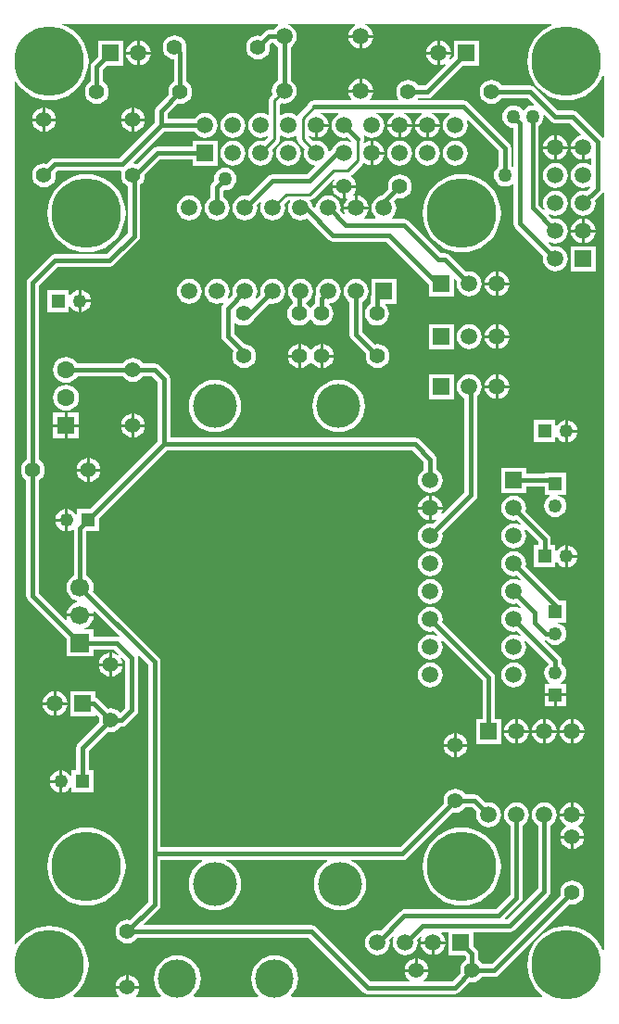
<source format=gbl>
%FSAX24Y24*%
%MOIN*%
G70*
G01*
G75*
G04 Layer_Physical_Order=2*
G04 Layer_Color=16711680*
%ADD10C,0.0120*%
%ADD11C,0.0100*%
%ADD12C,0.0150*%
%ADD13C,0.0591*%
%ADD14R,0.0591X0.0591*%
%ADD15C,0.0551*%
%ADD16C,0.0492*%
%ADD17R,0.0492X0.0492*%
%ADD18R,0.0591X0.0591*%
%ADD19C,0.0591*%
%ADD20R,0.0492X0.0492*%
%ADD21C,0.0669*%
%ADD22R,0.0669X0.0669*%
%ADD23R,0.0591X0.0591*%
%ADD24C,0.2500*%
%ADD25R,0.0591X0.0591*%
%ADD26C,0.1378*%
%ADD27C,0.1575*%
%ADD28R,0.0630X0.0630*%
%ADD29C,0.0630*%
%ADD30C,0.0500*%
G36*
X060782Y084792D02*
X060775Y084789D01*
X060682Y084718D01*
X060611Y084625D01*
X060566Y084516D01*
X060551Y084400D01*
X060566Y084284D01*
X060611Y084175D01*
X060682Y084082D01*
X060775Y084011D01*
X060884Y083966D01*
X061000Y083951D01*
X061110Y083965D01*
X061240Y083836D01*
X061212Y083794D01*
X061116Y083834D01*
X061000Y083849D01*
X060884Y083834D01*
X060775Y083789D01*
X060682Y083718D01*
X060611Y083625D01*
X060583Y083558D01*
X060486Y083461D01*
X060439Y083477D01*
X060434Y083516D01*
X060389Y083625D01*
X060318Y083718D01*
X060225Y083789D01*
X060116Y083834D01*
X060000Y083849D01*
X059884Y083834D01*
X059870Y083828D01*
X059709Y083989D01*
Y084006D01*
X059753Y084028D01*
X059775Y084011D01*
X059884Y083966D01*
X059950Y083957D01*
Y084400D01*
X060000D01*
Y084450D01*
X060443D01*
X060434Y084516D01*
X060389Y084625D01*
X060318Y084718D01*
X060225Y084789D01*
X060123Y084831D01*
X060123Y084831D01*
X060123D01*
X060116Y084834D01*
Y084834D01*
X060117Y084841D01*
X060772D01*
X060782Y084792D01*
D02*
G37*
G36*
X058630Y087998D02*
X058616Y087992D01*
X058523Y087921D01*
X058456Y087833D01*
X058303D01*
X058215Y087815D01*
X058141Y087765D01*
X057993Y087617D01*
X057900Y087629D01*
X057789Y087615D01*
X057685Y087572D01*
X057596Y087504D01*
X057528Y087415D01*
X057485Y087311D01*
X057471Y087200D01*
X057485Y087089D01*
X057528Y086985D01*
X057596Y086896D01*
X057685Y086828D01*
X057789Y086785D01*
X057900Y086771D01*
X058011Y086785D01*
X058115Y086828D01*
X058204Y086896D01*
X058272Y086985D01*
X058315Y087089D01*
X058329Y087200D01*
X058317Y087293D01*
X058398Y087374D01*
X058456D01*
X058523Y087286D01*
X058612Y087218D01*
Y086020D01*
X058523Y085952D01*
X058452Y085859D01*
X058407Y085751D01*
X058392Y085635D01*
X058407Y085518D01*
X058416Y085498D01*
X058351Y085433D01*
X058307Y085367D01*
X058291Y085289D01*
Y084794D01*
X058247Y084772D01*
X058225Y084789D01*
X058116Y084834D01*
X058000Y084849D01*
X057884Y084834D01*
X057775Y084789D01*
X057682Y084718D01*
X057611Y084625D01*
X057566Y084516D01*
X057551Y084400D01*
X057566Y084284D01*
X057611Y084175D01*
X057682Y084082D01*
X057775Y084011D01*
X057884Y083966D01*
X058000Y083951D01*
X058116Y083966D01*
X058225Y084011D01*
X058247Y084028D01*
X058264Y084019D01*
X058272Y083970D01*
X058130Y083828D01*
X058116Y083834D01*
X058000Y083849D01*
X057884Y083834D01*
X057775Y083789D01*
X057682Y083718D01*
X057611Y083625D01*
X057566Y083516D01*
X057551Y083400D01*
X057566Y083284D01*
X057611Y083175D01*
X057682Y083082D01*
X057775Y083011D01*
X057884Y082966D01*
X058000Y082951D01*
X058116Y082966D01*
X058225Y083011D01*
X058318Y083082D01*
X058389Y083175D01*
X058434Y083284D01*
X058449Y083400D01*
X058434Y083516D01*
X058422Y083544D01*
X058639Y083761D01*
X058684Y083827D01*
X058699Y083905D01*
Y084013D01*
X058744Y084035D01*
X058775Y084011D01*
X058884Y083966D01*
X059000Y083951D01*
X059116Y083966D01*
X059225Y084011D01*
X059256Y084035D01*
X059301Y084013D01*
Y083905D01*
X059316Y083827D01*
X059361Y083761D01*
X059577Y083544D01*
X059566Y083516D01*
X059551Y083400D01*
X059566Y083284D01*
X059611Y083175D01*
X059682Y083082D01*
X059775Y083011D01*
X059884Y082966D01*
X059923Y082961D01*
X059939Y082914D01*
X059655Y082629D01*
X058412D01*
X058324Y082612D01*
X058250Y082562D01*
X057545Y081857D01*
X057543Y081858D01*
X057427Y081874D01*
X057311Y081858D01*
X057203Y081813D01*
X057110Y081742D01*
X057038Y081649D01*
X056993Y081541D01*
X056978Y081424D01*
X056993Y081308D01*
X057038Y081200D01*
X057110Y081107D01*
X057203Y081035D01*
X057311Y080991D01*
X057427Y080975D01*
X057543Y080991D01*
X057652Y081035D01*
X057745Y081107D01*
X057816Y081200D01*
X057861Y081308D01*
X057876Y081424D01*
X057863Y081526D01*
X057985Y081648D01*
X058026Y081620D01*
X057993Y081541D01*
X057978Y081424D01*
X057993Y081308D01*
X058038Y081200D01*
X058110Y081107D01*
X058203Y081035D01*
X058311Y080991D01*
X058427Y080975D01*
X058543Y080991D01*
X058652Y081035D01*
X058745Y081107D01*
X058816Y081200D01*
X058861Y081308D01*
X058876Y081424D01*
X058861Y081541D01*
X058852Y081561D01*
X058994Y081703D01*
X059043Y081695D01*
X059055Y081671D01*
X059038Y081649D01*
X058993Y081541D01*
X058978Y081424D01*
X058993Y081308D01*
X059038Y081200D01*
X059110Y081107D01*
X059203Y081035D01*
X059311Y080991D01*
X059427Y080975D01*
X059543Y080991D01*
X059652Y081035D01*
X059673Y081052D01*
X060438Y080288D01*
X060512Y080238D01*
X060600Y080221D01*
X062515D01*
X064055Y078681D01*
Y078255D01*
X064945D01*
Y078865D01*
X064991Y078884D01*
X065065Y078810D01*
X065051Y078700D01*
X065066Y078584D01*
X065111Y078475D01*
X065182Y078382D01*
X065275Y078311D01*
X065384Y078266D01*
X065500Y078251D01*
X065616Y078266D01*
X065725Y078311D01*
X065818Y078382D01*
X065889Y078475D01*
X065934Y078584D01*
X065949Y078700D01*
X065934Y078816D01*
X065889Y078925D01*
X065818Y079018D01*
X065725Y079089D01*
X065616Y079134D01*
X065500Y079149D01*
X065390Y079135D01*
X064792Y079732D01*
X064718Y079782D01*
X064630Y079799D01*
X064479D01*
X063306Y080972D01*
X063232Y081022D01*
X063144Y081039D01*
X062735D01*
X062719Y081087D01*
X062745Y081107D01*
X062816Y081200D01*
X062861Y081308D01*
X062876Y081424D01*
X062861Y081541D01*
X062816Y081649D01*
X062798Y081673D01*
X062907Y081783D01*
X063000Y081771D01*
X063111Y081785D01*
X063215Y081828D01*
X063304Y081896D01*
X063372Y081985D01*
X063415Y082089D01*
X063429Y082200D01*
X063415Y082311D01*
X063372Y082415D01*
X063304Y082504D01*
X063215Y082572D01*
X063111Y082615D01*
X063000Y082629D01*
X062889Y082615D01*
X062785Y082572D01*
X062696Y082504D01*
X062628Y082415D01*
X062585Y082311D01*
X062571Y082200D01*
X062583Y082107D01*
X062337Y081862D01*
X062311Y081858D01*
X062203Y081813D01*
X062110Y081742D01*
X062038Y081649D01*
X061993Y081541D01*
X061978Y081424D01*
X061993Y081308D01*
X062038Y081200D01*
X062110Y081107D01*
X062136Y081087D01*
X062120Y081039D01*
X061735D01*
X061719Y081087D01*
X061745Y081107D01*
X061816Y081200D01*
X061861Y081308D01*
X061870Y081374D01*
X060985D01*
X060993Y081308D01*
X061026Y081228D01*
X060985Y081201D01*
X060863Y081323D01*
X060876Y081424D01*
X060861Y081541D01*
X060816Y081649D01*
X060745Y081742D01*
X060652Y081813D01*
X060543Y081858D01*
X060427Y081874D01*
X060311Y081858D01*
X060203Y081813D01*
X060110Y081742D01*
X060038Y081649D01*
X059993Y081541D01*
X059982Y081456D01*
X059935Y081440D01*
X059865Y081509D01*
X059861Y081541D01*
X059816Y081649D01*
X059767Y081713D01*
X059768Y081716D01*
X059847Y081731D01*
X059913Y081775D01*
X060610Y082473D01*
X060648Y082440D01*
X060628Y082415D01*
X060585Y082311D01*
X060577Y082250D01*
X061423D01*
X061415Y082311D01*
X061372Y082415D01*
X061304Y082504D01*
X061215Y082572D01*
X061214Y082576D01*
X061274Y082616D01*
X061639Y082981D01*
X061678Y083039D01*
X061728Y083048D01*
X061775Y083011D01*
X061884Y082966D01*
X061950Y082957D01*
Y083400D01*
Y083843D01*
X061884Y083834D01*
X061775Y083789D01*
X061744Y083765D01*
X061699Y083787D01*
Y083805D01*
X061707Y083817D01*
X061725Y083905D01*
X061707Y083993D01*
X061695Y084010D01*
X061732Y084045D01*
X061775Y084011D01*
X061884Y083966D01*
X062000Y083951D01*
X062116Y083966D01*
X062225Y084011D01*
X062318Y084082D01*
X062389Y084175D01*
X062434Y084284D01*
X062449Y084400D01*
X062434Y084516D01*
X062389Y084625D01*
X062318Y084718D01*
X062225Y084789D01*
X062123Y084831D01*
X062123Y084831D01*
X062123D01*
X062116Y084834D01*
Y084834D01*
X062117Y084841D01*
X062772D01*
X062782Y084792D01*
X062775Y084789D01*
X062682Y084718D01*
X062611Y084625D01*
X062566Y084516D01*
X062557Y084450D01*
X063443D01*
X063434Y084516D01*
X063389Y084625D01*
X063318Y084718D01*
X063225Y084789D01*
X063123Y084831D01*
X063123Y084831D01*
X063123D01*
X063116Y084834D01*
Y084834D01*
X063117Y084841D01*
X063772D01*
X063782Y084792D01*
X063775Y084789D01*
X063682Y084718D01*
X063611Y084625D01*
X063566Y084516D01*
X063557Y084450D01*
X064443D01*
X064434Y084516D01*
X064389Y084625D01*
X064318Y084718D01*
X064225Y084789D01*
X064123Y084831D01*
X064123Y084831D01*
X064123D01*
X064116Y084834D01*
Y084834D01*
X064117Y084841D01*
X064772D01*
X064782Y084792D01*
X064775Y084789D01*
X064682Y084718D01*
X064611Y084625D01*
X064566Y084516D01*
X064551Y084400D01*
X064566Y084284D01*
X064611Y084175D01*
X064682Y084082D01*
X064775Y084011D01*
X064884Y083966D01*
X065000Y083951D01*
X065116Y083966D01*
X065225Y084011D01*
X065318Y084082D01*
X065389Y084175D01*
X065434Y084284D01*
X065449Y084400D01*
X065434Y084516D01*
X065415Y084561D01*
X065457Y084589D01*
X066561Y083485D01*
Y082928D01*
X066505Y082885D01*
X066441Y082802D01*
X066400Y082704D01*
X066387Y082600D01*
X066400Y082496D01*
X066441Y082398D01*
X066505Y082315D01*
X066588Y082251D01*
X066686Y082210D01*
X066790Y082197D01*
X066894Y082210D01*
X066992Y082251D01*
X067056Y082300D01*
X067101Y082278D01*
Y080870D01*
X067118Y080782D01*
X067168Y080708D01*
X067168Y080708D01*
X067168Y080708D01*
X068165Y079710D01*
X068151Y079600D01*
X068166Y079484D01*
X068211Y079375D01*
X068282Y079282D01*
X068375Y079211D01*
X068484Y079166D01*
X068600Y079151D01*
X068716Y079166D01*
X068825Y079211D01*
X068918Y079282D01*
X068989Y079375D01*
X069034Y079484D01*
X069049Y079600D01*
X069034Y079716D01*
X068989Y079825D01*
X068918Y079918D01*
X068825Y079989D01*
X068716Y080034D01*
X068600Y080049D01*
X068490Y080035D01*
X068360Y080164D01*
X068388Y080206D01*
X068484Y080166D01*
X068600Y080151D01*
X068716Y080166D01*
X068825Y080211D01*
X068918Y080282D01*
X068989Y080375D01*
X069034Y080484D01*
X069049Y080600D01*
X069034Y080716D01*
X068989Y080825D01*
X068918Y080918D01*
X068825Y080989D01*
X068716Y081034D01*
X068600Y081049D01*
X068490Y081035D01*
X068360Y081164D01*
X068388Y081206D01*
X068484Y081166D01*
X068600Y081151D01*
X068716Y081166D01*
X068825Y081211D01*
X068918Y081282D01*
X068989Y081375D01*
X069034Y081484D01*
X069049Y081600D01*
X069034Y081716D01*
X068989Y081825D01*
X068918Y081918D01*
X068825Y081989D01*
X068716Y082034D01*
X068600Y082049D01*
X068484Y082034D01*
X068375Y081989D01*
X068282Y081918D01*
X068211Y081825D01*
X068166Y081716D01*
X068151Y081600D01*
X068166Y081484D01*
X068206Y081388D01*
X068164Y081360D01*
X067999Y081525D01*
Y084372D01*
X068055Y084415D01*
X068119Y084498D01*
X068160Y084596D01*
X068173Y084700D01*
X068168Y084740D01*
X068213Y084762D01*
X068427Y084548D01*
X068427D01*
X068427Y084548D01*
X068427Y084548D01*
Y084548D01*
X068502Y084498D01*
X068589Y084481D01*
X069131D01*
X069527Y084085D01*
X069511Y084037D01*
X069484Y084034D01*
X069375Y083989D01*
X069282Y083918D01*
X069211Y083825D01*
X069166Y083716D01*
X069157Y083650D01*
X069600D01*
Y083600D01*
X069650D01*
Y083157D01*
X069716Y083166D01*
X069825Y083211D01*
X069846Y083228D01*
X069891Y083205D01*
Y082995D01*
X069846Y082972D01*
X069825Y082989D01*
X069716Y083034D01*
X069600Y083049D01*
X069484Y083034D01*
X069375Y082989D01*
X069282Y082918D01*
X069211Y082825D01*
X069166Y082716D01*
X069151Y082600D01*
X069166Y082484D01*
X069211Y082375D01*
X069282Y082282D01*
X069375Y082211D01*
X069484Y082166D01*
X069600Y082151D01*
X069716Y082166D01*
X069812Y082206D01*
X069840Y082164D01*
X069710Y082035D01*
X069600Y082049D01*
X069484Y082034D01*
X069375Y081989D01*
X069282Y081918D01*
X069211Y081825D01*
X069166Y081716D01*
X069151Y081600D01*
X069166Y081484D01*
X069211Y081375D01*
X069282Y081282D01*
X069375Y081211D01*
X069484Y081166D01*
X069600Y081151D01*
X069716Y081166D01*
X069825Y081211D01*
X069918Y081282D01*
X069989Y081375D01*
X070034Y081484D01*
X070049Y081600D01*
X070035Y081710D01*
X070282Y081958D01*
X070299Y081983D01*
X070347Y081968D01*
Y054735D01*
X070298Y054726D01*
X070251Y054838D01*
X070136Y055025D01*
X069993Y055193D01*
X069825Y055336D01*
X069638Y055451D01*
X069434Y055536D01*
X069220Y055587D01*
X069000Y055604D01*
X068780Y055587D01*
X068566Y055536D01*
X068362Y055451D01*
X068175Y055336D01*
X068007Y055193D01*
X067864Y055025D01*
X067749Y054838D01*
X067664Y054634D01*
X067613Y054420D01*
X067596Y054200D01*
X067613Y053980D01*
X067664Y053766D01*
X067749Y053562D01*
X067864Y053375D01*
X068007Y053207D01*
X068132Y053100D01*
X068115Y053053D01*
X059109D01*
X059092Y053100D01*
X059096Y053104D01*
X059201Y053232D01*
X059279Y053377D01*
X059327Y053536D01*
X059343Y053700D01*
X059327Y053864D01*
X059279Y054023D01*
X059201Y054168D01*
X059096Y054296D01*
X058968Y054401D01*
X058823Y054479D01*
X058664Y054527D01*
X058500Y054543D01*
X058336Y054527D01*
X058177Y054479D01*
X058032Y054401D01*
X057904Y054296D01*
X057799Y054168D01*
X057721Y054023D01*
X057673Y053864D01*
X057657Y053700D01*
X057673Y053536D01*
X057721Y053377D01*
X057799Y053232D01*
X057904Y053104D01*
X057908Y053100D01*
X057891Y053053D01*
X055609D01*
X055592Y053100D01*
X055596Y053104D01*
X055701Y053232D01*
X055779Y053377D01*
X055827Y053536D01*
X055843Y053700D01*
X055827Y053864D01*
X055779Y054023D01*
X055701Y054168D01*
X055596Y054296D01*
X055468Y054401D01*
X055323Y054479D01*
X055164Y054527D01*
X055000Y054543D01*
X054836Y054527D01*
X054677Y054479D01*
X054532Y054401D01*
X054404Y054296D01*
X054299Y054168D01*
X054221Y054023D01*
X054173Y053864D01*
X054157Y053700D01*
X054173Y053536D01*
X054221Y053377D01*
X054299Y053232D01*
X054404Y053104D01*
X054408Y053100D01*
X054391Y053053D01*
X053527D01*
X053505Y053098D01*
X053572Y053185D01*
X053615Y053289D01*
X053623Y053350D01*
X052777D01*
X052785Y053289D01*
X052828Y053185D01*
X052895Y053098D01*
X052873Y053053D01*
X051285D01*
X051268Y053100D01*
X051393Y053207D01*
X051536Y053375D01*
X051651Y053562D01*
X051736Y053766D01*
X051787Y053980D01*
X051804Y054200D01*
X051787Y054420D01*
X051736Y054634D01*
X051651Y054838D01*
X051536Y055025D01*
X051393Y055193D01*
X051225Y055336D01*
X051038Y055451D01*
X050834Y055536D01*
X050620Y055587D01*
X050400Y055604D01*
X050180Y055587D01*
X049966Y055536D01*
X049762Y055451D01*
X049575Y055336D01*
X049407Y055193D01*
X049264Y055025D01*
X049201Y054924D01*
X049153Y054937D01*
Y063543D01*
X049153Y063543D01*
X049153Y063543D01*
Y063543D01*
Y085963D01*
X049201Y085976D01*
X049264Y085875D01*
X049407Y085707D01*
X049575Y085564D01*
X049762Y085449D01*
X049966Y085364D01*
X050180Y085313D01*
X050400Y085296D01*
X050620Y085313D01*
X050834Y085364D01*
X051038Y085449D01*
X051225Y085564D01*
X051393Y085707D01*
X051536Y085875D01*
X051651Y086062D01*
X051736Y086266D01*
X051787Y086480D01*
X051804Y086700D01*
X051787Y086920D01*
X051736Y087134D01*
X051651Y087338D01*
X051536Y087525D01*
X051393Y087693D01*
X051225Y087836D01*
X051038Y087951D01*
X050834Y088036D01*
X050835Y088047D01*
X058620D01*
X058630Y087998D01*
D02*
G37*
G36*
X068474D02*
X068362Y087951D01*
X068175Y087836D01*
X068007Y087693D01*
X067864Y087525D01*
X067749Y087338D01*
X067664Y087134D01*
X067613Y086920D01*
X067596Y086700D01*
X067613Y086480D01*
X067664Y086266D01*
X067749Y086062D01*
X067864Y085875D01*
X068007Y085707D01*
X068175Y085564D01*
X068362Y085449D01*
X068566Y085364D01*
X068780Y085313D01*
X069000Y085296D01*
X069220Y085313D01*
X069434Y085364D01*
X069638Y085449D01*
X069825Y085564D01*
X069993Y085707D01*
X070136Y085875D01*
X070251Y086062D01*
X070298Y086174D01*
X070347Y086165D01*
Y083968D01*
X070299Y083953D01*
X070282Y083978D01*
X069388Y084872D01*
X069314Y084922D01*
X069226Y084939D01*
X068684D01*
X068212Y085412D01*
X067862Y085762D01*
X067787Y085812D01*
X067699Y085829D01*
X066660D01*
X066604Y085904D01*
X066515Y085972D01*
X066411Y086015D01*
X066300Y086029D01*
X066189Y086015D01*
X066085Y085972D01*
X065996Y085904D01*
X065928Y085815D01*
X065885Y085711D01*
X065871Y085600D01*
X065885Y085489D01*
X065928Y085385D01*
X065996Y085296D01*
X066085Y085228D01*
X066189Y085185D01*
X066300Y085171D01*
X066411Y085185D01*
X066515Y085228D01*
X066604Y085296D01*
X066660Y085371D01*
X067604D01*
X067832Y085143D01*
X067810Y085098D01*
X067770Y085103D01*
X067666Y085090D01*
X067568Y085049D01*
X067485Y084985D01*
X067459Y084952D01*
X067409D01*
X067375Y084995D01*
X067292Y085059D01*
X067194Y085100D01*
X067090Y085113D01*
X066986Y085100D01*
X066888Y085059D01*
X066805Y084995D01*
X066741Y084912D01*
X066700Y084814D01*
X066687Y084710D01*
X066700Y084606D01*
X066741Y084508D01*
X066805Y084425D01*
X066888Y084361D01*
X066986Y084320D01*
X067090Y084307D01*
X067101Y084297D01*
Y082922D01*
X067062Y082903D01*
X067019Y082930D01*
Y083580D01*
X067002Y083668D01*
X066952Y083742D01*
X065462Y085232D01*
X065388Y085282D01*
X065300Y085299D01*
X063662D01*
X063640Y085344D01*
X063660Y085371D01*
X064000D01*
X064088Y085388D01*
X064162Y085438D01*
X065279Y086555D01*
X065845D01*
Y087445D01*
X064955D01*
Y086879D01*
X064836Y086760D01*
X064794Y086788D01*
X064834Y086884D01*
X064843Y086950D01*
X064450D01*
Y086557D01*
X064516Y086566D01*
X064612Y086606D01*
X064640Y086564D01*
X063905Y085829D01*
X063660D01*
X063604Y085904D01*
X063515Y085972D01*
X063411Y086015D01*
X063300Y086029D01*
X063189Y086015D01*
X063085Y085972D01*
X062996Y085904D01*
X062928Y085815D01*
X062885Y085711D01*
X062871Y085600D01*
X062885Y085489D01*
X062928Y085385D01*
X062960Y085344D01*
X062938Y085299D01*
X061957D01*
X061935Y085344D01*
X061986Y085410D01*
X062031Y085518D01*
X062039Y085585D01*
X061154D01*
X061163Y085518D01*
X061208Y085410D01*
X061258Y085344D01*
X061236Y085299D01*
X059910D01*
X059822Y085282D01*
X059748Y085232D01*
X059698Y085158D01*
X059693Y085131D01*
X059361Y084799D01*
X059330Y084754D01*
X059281Y084746D01*
X059225Y084789D01*
X059116Y084834D01*
X059000Y084849D01*
X058884Y084834D01*
X058775Y084789D01*
X058744Y084765D01*
X058699Y084787D01*
Y085139D01*
X058717Y085182D01*
X058737Y085199D01*
X058841Y085186D01*
X058957Y085201D01*
X059065Y085246D01*
X059159Y085317D01*
X059230Y085410D01*
X059275Y085518D01*
X059290Y085635D01*
X059275Y085751D01*
X059230Y085859D01*
X059159Y085952D01*
X059070Y086020D01*
Y087218D01*
X059159Y087286D01*
X059230Y087379D01*
X059275Y087487D01*
X059290Y087603D01*
X059275Y087719D01*
X059230Y087828D01*
X059159Y087921D01*
X059065Y087992D01*
X058957Y088037D01*
Y088037D01*
X058958Y088047D01*
X061376D01*
X061386Y087998D01*
X061372Y087992D01*
X061279Y087921D01*
X061208Y087828D01*
X061163Y087719D01*
X061154Y087653D01*
X062039D01*
X062031Y087719D01*
X061986Y087828D01*
X061914Y087921D01*
X061821Y087992D01*
X061713Y088037D01*
Y088037D01*
X061714Y088047D01*
X068465D01*
X068474Y087998D01*
D02*
G37*
%LPC*%
G36*
X050956Y070593D02*
X050903Y070586D01*
X050807Y070546D01*
X050724Y070482D01*
X050660Y070400D01*
X050620Y070303D01*
X050613Y070250D01*
X050956D01*
Y070593D01*
D02*
G37*
G36*
X067097Y071081D02*
X066981Y071065D01*
X066872Y071020D01*
X066779Y070949D01*
X066708Y070856D01*
X066663Y070748D01*
X066648Y070631D01*
X066663Y070515D01*
X066708Y070407D01*
X066779Y070314D01*
X066872Y070243D01*
X066981Y070198D01*
X067097Y070182D01*
X067207Y070197D01*
X067337Y070067D01*
X067309Y070026D01*
X067213Y070065D01*
X067097Y070081D01*
X066981Y070065D01*
X066872Y070020D01*
X066779Y069949D01*
X066708Y069856D01*
X066663Y069748D01*
X066648Y069632D01*
X066663Y069515D01*
X066708Y069407D01*
X066779Y069314D01*
X066872Y069243D01*
X066981Y069198D01*
X067097Y069182D01*
X067213Y069198D01*
X067321Y069243D01*
X067414Y069314D01*
X067486Y069407D01*
X067531Y069515D01*
X067546Y069632D01*
X067531Y069748D01*
X067491Y069844D01*
X067533Y069871D01*
X067977Y069427D01*
Y069296D01*
X067810D01*
Y068504D01*
X068602D01*
Y068681D01*
X068604Y068682D01*
X068650Y068698D01*
X068711Y068618D01*
X068794Y068554D01*
X068890Y068514D01*
X068944Y068507D01*
Y068900D01*
Y069293D01*
X068890Y069286D01*
X068794Y069246D01*
X068711Y069182D01*
X068650Y069102D01*
X068604Y069118D01*
X068602Y069119D01*
Y069296D01*
X068436D01*
Y069522D01*
X068418Y069610D01*
X068369Y069684D01*
X067531Y070521D01*
X067546Y070631D01*
X067531Y070748D01*
X067486Y070856D01*
X067414Y070949D01*
X067321Y071020D01*
X067213Y071065D01*
X067097Y071081D01*
D02*
G37*
G36*
X064047Y070581D02*
X063654D01*
X063663Y070515D01*
X063708Y070407D01*
X063779Y070314D01*
X063872Y070243D01*
X063981Y070198D01*
X064047Y070189D01*
Y070581D01*
D02*
G37*
G36*
X067542Y072077D02*
X066652D01*
Y071186D01*
X067542D01*
Y071402D01*
X068204D01*
Y071098D01*
X068381D01*
X068382Y071096D01*
X068398Y071050D01*
X068318Y070989D01*
X068254Y070906D01*
X068214Y070810D01*
X068201Y070706D01*
X068214Y070603D01*
X068254Y070507D01*
X068318Y070424D01*
X068400Y070360D01*
X068497Y070320D01*
X068600Y070307D01*
X068703Y070320D01*
X068800Y070360D01*
X068882Y070424D01*
X068946Y070507D01*
X068986Y070603D01*
X069000Y070706D01*
X068986Y070810D01*
X068946Y070906D01*
X068882Y070989D01*
X068800Y071052D01*
X068714Y071088D01*
Y071088D01*
X068714D01*
X068703Y071092D01*
Y071092D01*
X068704Y071098D01*
X068996D01*
Y071890D01*
X068204D01*
Y071861D01*
X067542D01*
Y072077D01*
D02*
G37*
G36*
X065500Y075449D02*
X065384Y075434D01*
X065275Y075389D01*
X065182Y075318D01*
X065111Y075225D01*
X065066Y075116D01*
X065051Y075000D01*
X065066Y074884D01*
X065111Y074775D01*
X065182Y074682D01*
X065275Y074611D01*
X065331Y074588D01*
Y071199D01*
X064539Y070408D01*
X064498Y070436D01*
X064531Y070515D01*
X064539Y070581D01*
X064147D01*
Y070189D01*
X064213Y070198D01*
X064293Y070231D01*
X064321Y070189D01*
X064199Y070067D01*
X064097Y070081D01*
X063981Y070065D01*
X063872Y070020D01*
X063779Y069949D01*
X063708Y069856D01*
X063663Y069748D01*
X063648Y069632D01*
X063663Y069515D01*
X063708Y069407D01*
X063779Y069314D01*
X063872Y069243D01*
X063981Y069198D01*
X064097Y069182D01*
X064213Y069198D01*
X064321Y069243D01*
X064414Y069314D01*
X064486Y069407D01*
X064531Y069515D01*
X064546Y069632D01*
X064531Y069748D01*
X064530Y069750D01*
X065722Y070942D01*
X065722Y070942D01*
X065722Y070942D01*
X065772Y071016D01*
X065789Y071104D01*
Y074661D01*
X065818Y074682D01*
X065889Y074775D01*
X065934Y074884D01*
X065949Y075000D01*
X065934Y075116D01*
X065889Y075225D01*
X065818Y075318D01*
X065725Y075389D01*
X065616Y075434D01*
X065500Y075449D01*
D02*
G37*
G36*
X051750Y071950D02*
X051377D01*
X051385Y071889D01*
X051428Y071785D01*
X051496Y071696D01*
X051585Y071628D01*
X051689Y071585D01*
X051750Y071577D01*
Y071950D01*
D02*
G37*
G36*
X064047Y071074D02*
X063981Y071065D01*
X063872Y071020D01*
X063779Y070949D01*
X063708Y070856D01*
X063663Y070748D01*
X063654Y070682D01*
X064047D01*
Y071074D01*
D02*
G37*
G36*
X064147D02*
Y070682D01*
X064539D01*
X064531Y070748D01*
X064486Y070856D01*
X064414Y070949D01*
X064321Y071020D01*
X064213Y071065D01*
X064147Y071074D01*
D02*
G37*
G36*
X050956Y070150D02*
X050613D01*
X050620Y070097D01*
X050660Y070000D01*
X050724Y069918D01*
X050807Y069854D01*
X050903Y069814D01*
X050956Y069807D01*
Y070150D01*
D02*
G37*
G36*
X052550Y065423D02*
X052489Y065415D01*
X052385Y065372D01*
X052296Y065304D01*
X052228Y065215D01*
X052185Y065111D01*
X052177Y065050D01*
X052550D01*
Y065423D01*
D02*
G37*
G36*
X064097Y067081D02*
X063981Y067065D01*
X063872Y067020D01*
X063779Y066949D01*
X063708Y066856D01*
X063663Y066748D01*
X063648Y066631D01*
X063663Y066515D01*
X063708Y066407D01*
X063779Y066314D01*
X063872Y066243D01*
X063981Y066198D01*
X064097Y066182D01*
X064207Y066197D01*
X064337Y066067D01*
X064309Y066026D01*
X064213Y066065D01*
X064097Y066081D01*
X063981Y066065D01*
X063872Y066020D01*
X063779Y065949D01*
X063708Y065856D01*
X063663Y065748D01*
X063648Y065631D01*
X063663Y065515D01*
X063708Y065407D01*
X063779Y065314D01*
X063872Y065243D01*
X063981Y065198D01*
X064097Y065182D01*
X064213Y065198D01*
X064321Y065243D01*
X064414Y065314D01*
X064486Y065407D01*
X064531Y065515D01*
X064546Y065631D01*
X064531Y065748D01*
X064491Y065844D01*
X064533Y065871D01*
X065971Y064433D01*
Y063045D01*
X065755D01*
Y062155D01*
X066645D01*
Y063045D01*
X066429D01*
Y064528D01*
X066412Y064616D01*
X066362Y064691D01*
X064531Y066521D01*
X064546Y066631D01*
X064531Y066748D01*
X064486Y066856D01*
X064414Y066949D01*
X064321Y067020D01*
X064213Y067065D01*
X064097Y067081D01*
D02*
G37*
G36*
X052550Y064950D02*
X052177D01*
X052185Y064889D01*
X052228Y064785D01*
X052296Y064696D01*
X052385Y064628D01*
X052489Y064585D01*
X052550Y064577D01*
Y064950D01*
D02*
G37*
G36*
X053023D02*
X052650D01*
Y064577D01*
X052711Y064585D01*
X052815Y064628D01*
X052904Y064696D01*
X052972Y064785D01*
X053015Y064889D01*
X053023Y064950D01*
D02*
G37*
G36*
X064097Y068081D02*
X063981Y068065D01*
X063872Y068020D01*
X063779Y067949D01*
X063708Y067856D01*
X063663Y067748D01*
X063648Y067632D01*
X063663Y067515D01*
X063708Y067407D01*
X063779Y067314D01*
X063872Y067243D01*
X063981Y067198D01*
X064097Y067182D01*
X064213Y067198D01*
X064321Y067243D01*
X064414Y067314D01*
X064486Y067407D01*
X064531Y067515D01*
X064546Y067632D01*
X064531Y067748D01*
X064486Y067856D01*
X064414Y067949D01*
X064321Y068020D01*
X064213Y068065D01*
X064097Y068081D01*
D02*
G37*
G36*
X069387Y068850D02*
X069044D01*
Y068507D01*
X069097Y068514D01*
X069193Y068554D01*
X069276Y068618D01*
X069340Y068700D01*
X069380Y068797D01*
X069387Y068850D01*
D02*
G37*
G36*
X069044Y069293D02*
Y068950D01*
X069387D01*
X069380Y069003D01*
X069340Y069100D01*
X069276Y069182D01*
X069193Y069246D01*
X069097Y069286D01*
X069044Y069293D01*
D02*
G37*
G36*
X067097Y069081D02*
X066981Y069065D01*
X066872Y069020D01*
X066779Y068949D01*
X066708Y068856D01*
X066663Y068748D01*
X066648Y068632D01*
X066663Y068515D01*
X066708Y068407D01*
X066779Y068314D01*
X066872Y068243D01*
X066981Y068198D01*
X067097Y068182D01*
X067207Y068197D01*
X067337Y068067D01*
X067309Y068026D01*
X067213Y068065D01*
X067097Y068081D01*
X066981Y068065D01*
X066872Y068020D01*
X066779Y067949D01*
X066708Y067856D01*
X066663Y067748D01*
X066648Y067632D01*
X066663Y067515D01*
X066708Y067407D01*
X066779Y067314D01*
X066872Y067243D01*
X066981Y067198D01*
X067097Y067182D01*
X067207Y067197D01*
X067337Y067067D01*
X067309Y067026D01*
X067213Y067065D01*
X067097Y067081D01*
X066981Y067065D01*
X066872Y067020D01*
X066779Y066949D01*
X066708Y066856D01*
X066663Y066748D01*
X066648Y066631D01*
X066663Y066515D01*
X066708Y066407D01*
X066779Y066314D01*
X066872Y066243D01*
X066981Y066198D01*
X067097Y066182D01*
X067207Y066197D01*
X067337Y066067D01*
X067309Y066026D01*
X067213Y066065D01*
X067097Y066081D01*
X066981Y066065D01*
X066872Y066020D01*
X066779Y065949D01*
X066708Y065856D01*
X066663Y065748D01*
X066648Y065631D01*
X066663Y065515D01*
X066708Y065407D01*
X066779Y065314D01*
X066872Y065243D01*
X066981Y065198D01*
X067097Y065182D01*
X067213Y065198D01*
X067321Y065243D01*
X067414Y065314D01*
X067486Y065407D01*
X067531Y065515D01*
X067546Y065631D01*
X067531Y065748D01*
X067491Y065844D01*
X067533Y065871D01*
X068353Y065051D01*
X068350Y065001D01*
X068318Y064976D01*
X068254Y064893D01*
X068214Y064797D01*
X068201Y064694D01*
X068214Y064590D01*
X068254Y064494D01*
X068318Y064411D01*
X068398Y064350D01*
X068382Y064304D01*
X068381Y064302D01*
X068204D01*
Y063956D01*
X068996D01*
Y064302D01*
X068819D01*
X068818Y064304D01*
X068802Y064350D01*
X068882Y064411D01*
X068946Y064494D01*
X068986Y064590D01*
X069000Y064694D01*
X068986Y064797D01*
X068946Y064893D01*
X068882Y064976D01*
X068829Y065017D01*
Y065128D01*
X068812Y065216D01*
X068762Y065291D01*
X068220Y065833D01*
X068235Y065862D01*
X068285Y065866D01*
X068318Y065824D01*
X068400Y065760D01*
X068497Y065720D01*
X068600Y065707D01*
X068703Y065720D01*
X068800Y065760D01*
X068882Y065824D01*
X068946Y065907D01*
X068986Y066003D01*
X069000Y066106D01*
X068986Y066210D01*
X068946Y066306D01*
X068882Y066389D01*
X068800Y066452D01*
X068714Y066488D01*
Y066488D01*
X068714D01*
X068703Y066492D01*
Y066492D01*
X068704Y066498D01*
X068996D01*
Y067290D01*
X068763D01*
X068762Y067291D01*
X067531Y068521D01*
X067546Y068632D01*
X067531Y068748D01*
X067486Y068856D01*
X067414Y068949D01*
X067321Y069020D01*
X067213Y069065D01*
X067097Y069081D01*
D02*
G37*
G36*
X064097D02*
X063981Y069065D01*
X063872Y069020D01*
X063779Y068949D01*
X063708Y068856D01*
X063663Y068748D01*
X063648Y068632D01*
X063663Y068515D01*
X063708Y068407D01*
X063779Y068314D01*
X063872Y068243D01*
X063981Y068198D01*
X064097Y068182D01*
X064213Y068198D01*
X064321Y068243D01*
X064414Y068314D01*
X064486Y068407D01*
X064531Y068515D01*
X064546Y068632D01*
X064531Y068748D01*
X064486Y068856D01*
X064414Y068949D01*
X064321Y069020D01*
X064213Y069065D01*
X064097Y069081D01*
D02*
G37*
G36*
X052223Y071950D02*
X051850D01*
Y071577D01*
X051911Y071585D01*
X052015Y071628D01*
X052104Y071696D01*
X052172Y071785D01*
X052215Y071889D01*
X052223Y071950D01*
D02*
G37*
G36*
X051465Y074065D02*
X051050D01*
Y073650D01*
X051465D01*
Y074065D01*
D02*
G37*
G36*
X053350Y074023D02*
X053289Y074015D01*
X053185Y073972D01*
X053096Y073904D01*
X053028Y073815D01*
X052985Y073711D01*
X052977Y073650D01*
X053350D01*
Y074023D01*
D02*
G37*
G36*
X069044Y073793D02*
Y073450D01*
X069387D01*
X069380Y073503D01*
X069340Y073600D01*
X069276Y073682D01*
X069193Y073746D01*
X069097Y073786D01*
X069044Y073793D01*
D02*
G37*
G36*
X050950Y074065D02*
X050535D01*
Y073650D01*
X050950D01*
Y074065D01*
D02*
G37*
G36*
X053450Y074023D02*
Y073650D01*
X053823D01*
X053815Y073711D01*
X053772Y073815D01*
X053704Y073904D01*
X053615Y073972D01*
X053511Y074015D01*
X053450Y074023D01*
D02*
G37*
G36*
X066450Y074950D02*
X066057D01*
X066066Y074884D01*
X066111Y074775D01*
X066182Y074682D01*
X066275Y074611D01*
X066384Y074566D01*
X066450Y074557D01*
Y074950D01*
D02*
G37*
G36*
X066943D02*
X066550D01*
Y074557D01*
X066616Y074566D01*
X066725Y074611D01*
X066818Y074682D01*
X066889Y074775D01*
X066934Y074884D01*
X066943Y074950D01*
D02*
G37*
G36*
X051000Y075069D02*
X050879Y075053D01*
X050766Y075006D01*
X050668Y074932D01*
X050594Y074834D01*
X050547Y074721D01*
X050531Y074600D01*
X050547Y074479D01*
X050594Y074366D01*
X050668Y074268D01*
X050766Y074194D01*
X050879Y074147D01*
X051000Y074131D01*
X051121Y074147D01*
X051234Y074194D01*
X051332Y074268D01*
X051406Y074366D01*
X051453Y074479D01*
X051469Y074600D01*
X051453Y074721D01*
X051406Y074834D01*
X051332Y074932D01*
X051234Y075006D01*
X051121Y075053D01*
X051000Y075069D01*
D02*
G37*
G36*
X064945Y075445D02*
X064055D01*
Y074555D01*
X064945D01*
Y075445D01*
D02*
G37*
G36*
X060800Y075242D02*
X060616Y075224D01*
X060440Y075170D01*
X060277Y075083D01*
X060134Y074966D01*
X060017Y074823D01*
X059930Y074660D01*
X059876Y074484D01*
X059858Y074300D01*
X059876Y074116D01*
X059930Y073940D01*
X060017Y073777D01*
X060134Y073634D01*
X060277Y073517D01*
X060440Y073430D01*
X060616Y073376D01*
X060800Y073358D01*
X060984Y073376D01*
X061160Y073430D01*
X061323Y073517D01*
X061466Y073634D01*
X061583Y073777D01*
X061670Y073940D01*
X061724Y074116D01*
X061742Y074300D01*
X061724Y074484D01*
X061670Y074660D01*
X061583Y074823D01*
X061466Y074966D01*
X061323Y075083D01*
X061160Y075170D01*
X060984Y075224D01*
X060800Y075242D01*
D02*
G37*
G36*
X068602Y073796D02*
X067810D01*
Y073004D01*
X068602D01*
Y073181D01*
X068604Y073182D01*
X068650Y073198D01*
X068711Y073118D01*
X068794Y073054D01*
X068890Y073014D01*
X068944Y073007D01*
Y073400D01*
Y073793D01*
X068890Y073786D01*
X068794Y073746D01*
X068711Y073682D01*
X068650Y073602D01*
X068604Y073618D01*
X068602Y073619D01*
Y073796D01*
D02*
G37*
G36*
X069387Y073350D02*
X069044D01*
Y073007D01*
X069097Y073014D01*
X069193Y073054D01*
X069276Y073118D01*
X069340Y073200D01*
X069380Y073297D01*
X069387Y073350D01*
D02*
G37*
G36*
X051750Y072423D02*
X051689Y072415D01*
X051585Y072372D01*
X051496Y072304D01*
X051428Y072215D01*
X051385Y072111D01*
X051377Y072050D01*
X051750D01*
Y072423D01*
D02*
G37*
G36*
X051850D02*
Y072050D01*
X052223D01*
X052215Y072111D01*
X052172Y072215D01*
X052104Y072304D01*
X052015Y072372D01*
X051911Y072415D01*
X051850Y072423D01*
D02*
G37*
G36*
X050950Y073550D02*
X050535D01*
Y073135D01*
X050950D01*
Y073550D01*
D02*
G37*
G36*
X053823D02*
X053450D01*
Y073177D01*
X053511Y073185D01*
X053615Y073228D01*
X053704Y073296D01*
X053772Y073385D01*
X053815Y073489D01*
X053823Y073550D01*
D02*
G37*
G36*
X056350Y075242D02*
X056166Y075224D01*
X055990Y075170D01*
X055827Y075083D01*
X055684Y074966D01*
X055567Y074823D01*
X055480Y074660D01*
X055426Y074484D01*
X055408Y074300D01*
X055426Y074116D01*
X055480Y073940D01*
X055567Y073777D01*
X055684Y073634D01*
X055827Y073517D01*
X055990Y073430D01*
X056166Y073376D01*
X056350Y073358D01*
X056534Y073376D01*
X056710Y073430D01*
X056873Y073517D01*
X057016Y073634D01*
X057133Y073777D01*
X057220Y073940D01*
X057274Y074116D01*
X057292Y074300D01*
X057274Y074484D01*
X057220Y074660D01*
X057133Y074823D01*
X057016Y074966D01*
X056873Y075083D01*
X056710Y075170D01*
X056534Y075224D01*
X056350Y075242D01*
D02*
G37*
G36*
X051465Y073550D02*
X051050D01*
Y073135D01*
X051465D01*
Y073550D01*
D02*
G37*
G36*
X053350D02*
X052977D01*
X052985Y073489D01*
X053028Y073385D01*
X053096Y073296D01*
X053185Y073228D01*
X053289Y073185D01*
X053350Y073177D01*
Y073550D01*
D02*
G37*
G36*
X067097Y065081D02*
X066981Y065065D01*
X066872Y065020D01*
X066779Y064949D01*
X066708Y064856D01*
X066663Y064748D01*
X066648Y064632D01*
X066663Y064515D01*
X066708Y064407D01*
X066779Y064314D01*
X066872Y064243D01*
X066981Y064198D01*
X067097Y064182D01*
X067213Y064198D01*
X067321Y064243D01*
X067414Y064314D01*
X067486Y064407D01*
X067531Y064515D01*
X067546Y064632D01*
X067531Y064748D01*
X067486Y064856D01*
X067414Y064949D01*
X067321Y065020D01*
X067213Y065065D01*
X067097Y065081D01*
D02*
G37*
G36*
X069250Y060043D02*
Y059650D01*
X069643D01*
X069634Y059716D01*
X069589Y059825D01*
X069518Y059918D01*
X069425Y059989D01*
X069316Y060034D01*
X069250Y060043D01*
D02*
G37*
G36*
X050756Y060750D02*
X050413D01*
X050420Y060697D01*
X050460Y060600D01*
X050524Y060518D01*
X050607Y060454D01*
X050703Y060414D01*
X050756Y060407D01*
Y060750D01*
D02*
G37*
G36*
X069643Y059550D02*
X068757D01*
X068766Y059484D01*
X068811Y059375D01*
X068882Y059282D01*
X068973Y059213D01*
Y059206D01*
X068947Y059142D01*
X068896Y059104D01*
X068828Y059015D01*
X068785Y058911D01*
X068777Y058850D01*
X069623D01*
X069615Y058911D01*
X069572Y059015D01*
X069504Y059104D01*
X069415Y059172D01*
X069415Y059207D01*
X069425Y059211D01*
X069518Y059282D01*
X069589Y059375D01*
X069634Y059484D01*
X069643Y059550D01*
D02*
G37*
G36*
X069150Y060043D02*
X069084Y060034D01*
X068975Y059989D01*
X068882Y059918D01*
X068811Y059825D01*
X068766Y059716D01*
X068757Y059650D01*
X069150D01*
Y060043D01*
D02*
G37*
G36*
X050756Y061193D02*
X050703Y061186D01*
X050607Y061146D01*
X050524Y061082D01*
X050460Y061000D01*
X050420Y060903D01*
X050413Y060850D01*
X050756D01*
Y061193D01*
D02*
G37*
G36*
X064950Y062523D02*
X064889Y062515D01*
X064785Y062472D01*
X064696Y062404D01*
X064628Y062315D01*
X064585Y062211D01*
X064577Y062150D01*
X064950D01*
Y062523D01*
D02*
G37*
G36*
X065050D02*
Y062150D01*
X065423D01*
X065415Y062211D01*
X065372Y062315D01*
X065304Y062404D01*
X065215Y062472D01*
X065111Y062515D01*
X065050Y062523D01*
D02*
G37*
G36*
X064950Y062050D02*
X064577D01*
X064585Y061989D01*
X064628Y061885D01*
X064696Y061796D01*
X064785Y061728D01*
X064889Y061685D01*
X064950Y061677D01*
Y062050D01*
D02*
G37*
G36*
X065423D02*
X065050D01*
Y061677D01*
X065111Y061685D01*
X065215Y061728D01*
X065304Y061796D01*
X065372Y061885D01*
X065415Y061989D01*
X065423Y062050D01*
D02*
G37*
G36*
X069623Y058750D02*
X069250D01*
Y058377D01*
X069311Y058385D01*
X069415Y058428D01*
X069504Y058496D01*
X069572Y058585D01*
X069615Y058689D01*
X069623Y058750D01*
D02*
G37*
G36*
X063550Y054423D02*
X063489Y054415D01*
X063385Y054372D01*
X063296Y054304D01*
X063228Y054215D01*
X063185Y054111D01*
X063177Y054050D01*
X063550D01*
Y054423D01*
D02*
G37*
G36*
X063650D02*
Y054050D01*
X064023D01*
X064015Y054111D01*
X063972Y054215D01*
X063904Y054304D01*
X063815Y054372D01*
X063711Y054415D01*
X063650Y054423D01*
D02*
G37*
G36*
X053150Y053823D02*
X053089Y053815D01*
X052985Y053772D01*
X052896Y053704D01*
X052828Y053615D01*
X052785Y053511D01*
X052777Y053450D01*
X053150D01*
Y053823D01*
D02*
G37*
G36*
X053250D02*
Y053450D01*
X053623D01*
X053615Y053511D01*
X053572Y053615D01*
X053504Y053704D01*
X053415Y053772D01*
X053311Y053815D01*
X053250Y053823D01*
D02*
G37*
G36*
X064150Y054950D02*
X063757D01*
X063766Y054884D01*
X063811Y054775D01*
X063882Y054682D01*
X063975Y054611D01*
X064084Y054566D01*
X064150Y054557D01*
Y054950D01*
D02*
G37*
G36*
X065234Y059140D02*
X065014Y059123D01*
X064800Y059071D01*
X064596Y058987D01*
X064408Y058872D01*
X064241Y058729D01*
X064098Y058561D01*
X063983Y058373D01*
X063898Y058170D01*
X063847Y057956D01*
X063830Y057736D01*
X063847Y057516D01*
X063898Y057302D01*
X063983Y057098D01*
X064098Y056910D01*
X064241Y056743D01*
X064408Y056600D01*
X064596Y056485D01*
X064800Y056400D01*
X065014Y056349D01*
X065234Y056331D01*
X065454Y056349D01*
X065668Y056400D01*
X065871Y056485D01*
X066059Y056600D01*
X066227Y056743D01*
X066370Y056910D01*
X066485Y057098D01*
X066569Y057302D01*
X066621Y057516D01*
X066638Y057736D01*
X066621Y057956D01*
X066569Y058170D01*
X066485Y058373D01*
X066370Y058561D01*
X066227Y058729D01*
X066059Y058872D01*
X065871Y058987D01*
X065668Y059071D01*
X065454Y059123D01*
X065234Y059140D01*
D02*
G37*
G36*
X069150Y058750D02*
X068777D01*
X068785Y058689D01*
X068828Y058585D01*
X068896Y058496D01*
X068985Y058428D01*
X069089Y058385D01*
X069150Y058377D01*
Y058750D01*
D02*
G37*
G36*
X064643Y054950D02*
X064250D01*
Y054557D01*
X064316Y054566D01*
X064425Y054611D01*
X064518Y054682D01*
X064589Y054775D01*
X064634Y054884D01*
X064643Y054950D01*
D02*
G37*
G36*
X051734Y059140D02*
X051514Y059123D01*
X051300Y059071D01*
X051096Y058987D01*
X050908Y058872D01*
X050741Y058729D01*
X050598Y058561D01*
X050483Y058373D01*
X050398Y058170D01*
X050347Y057956D01*
X050330Y057736D01*
X050347Y057516D01*
X050398Y057302D01*
X050483Y057098D01*
X050598Y056910D01*
X050741Y056743D01*
X050908Y056600D01*
X051096Y056485D01*
X051300Y056400D01*
X051514Y056349D01*
X051734Y056331D01*
X051954Y056349D01*
X052168Y056400D01*
X052371Y056485D01*
X052559Y056600D01*
X052727Y056743D01*
X052870Y056910D01*
X052985Y057098D01*
X053069Y057302D01*
X053121Y057516D01*
X053138Y057736D01*
X053121Y057956D01*
X053069Y058170D01*
X052985Y058373D01*
X052870Y058561D01*
X052727Y058729D01*
X052559Y058872D01*
X052371Y058987D01*
X052168Y059071D01*
X051954Y059123D01*
X051734Y059140D01*
D02*
G37*
G36*
X050550Y063550D02*
X050157D01*
X050166Y063484D01*
X050211Y063375D01*
X050282Y063282D01*
X050375Y063211D01*
X050484Y063166D01*
X050550Y063157D01*
Y063550D01*
D02*
G37*
G36*
X051043D02*
X050650D01*
Y063157D01*
X050716Y063166D01*
X050825Y063211D01*
X050918Y063282D01*
X050989Y063375D01*
X051034Y063484D01*
X051043Y063550D01*
D02*
G37*
G36*
X069150Y063043D02*
X069084Y063034D01*
X068975Y062989D01*
X068882Y062918D01*
X068811Y062825D01*
X068766Y062716D01*
X068757Y062650D01*
X069150D01*
Y063043D01*
D02*
G37*
G36*
X069250D02*
Y062650D01*
X069643D01*
X069634Y062716D01*
X069589Y062825D01*
X069518Y062918D01*
X069425Y062989D01*
X069316Y063034D01*
X069250Y063043D01*
D02*
G37*
G36*
X068550Y063856D02*
X068204D01*
Y063510D01*
X068550D01*
Y063856D01*
D02*
G37*
G36*
X050650Y064043D02*
Y063650D01*
X051043D01*
X051034Y063716D01*
X050989Y063825D01*
X050918Y063918D01*
X050825Y063989D01*
X050716Y064034D01*
X050650Y064043D01*
D02*
G37*
G36*
X064097Y065081D02*
X063981Y065065D01*
X063872Y065020D01*
X063779Y064949D01*
X063708Y064856D01*
X063663Y064748D01*
X063648Y064632D01*
X063663Y064515D01*
X063708Y064407D01*
X063779Y064314D01*
X063872Y064243D01*
X063981Y064198D01*
X064097Y064182D01*
X064213Y064198D01*
X064321Y064243D01*
X064414Y064314D01*
X064486Y064407D01*
X064531Y064515D01*
X064546Y064632D01*
X064531Y064748D01*
X064486Y064856D01*
X064414Y064949D01*
X064321Y065020D01*
X064213Y065065D01*
X064097Y065081D01*
D02*
G37*
G36*
X068996Y063856D02*
X068650D01*
Y063510D01*
X068996D01*
Y063856D01*
D02*
G37*
G36*
X050550Y064043D02*
X050484Y064034D01*
X050375Y063989D01*
X050282Y063918D01*
X050211Y063825D01*
X050166Y063716D01*
X050157Y063650D01*
X050550D01*
Y064043D01*
D02*
G37*
G36*
X068250Y063043D02*
Y062650D01*
X068643D01*
X068634Y062716D01*
X068589Y062825D01*
X068518Y062918D01*
X068425Y062989D01*
X068316Y063034D01*
X068250Y063043D01*
D02*
G37*
G36*
X068150Y062550D02*
X067757D01*
X067766Y062484D01*
X067811Y062375D01*
X067882Y062282D01*
X067975Y062211D01*
X068084Y062166D01*
X068150Y062157D01*
Y062550D01*
D02*
G37*
G36*
X068643D02*
X068250D01*
Y062157D01*
X068316Y062166D01*
X068425Y062211D01*
X068518Y062282D01*
X068589Y062375D01*
X068634Y062484D01*
X068643Y062550D01*
D02*
G37*
G36*
X067150D02*
X066757D01*
X066766Y062484D01*
X066811Y062375D01*
X066882Y062282D01*
X066975Y062211D01*
X067084Y062166D01*
X067150Y062157D01*
Y062550D01*
D02*
G37*
G36*
X067643D02*
X067250D01*
Y062157D01*
X067316Y062166D01*
X067425Y062211D01*
X067518Y062282D01*
X067589Y062375D01*
X067634Y062484D01*
X067643Y062550D01*
D02*
G37*
G36*
X069150D02*
X068757D01*
X068766Y062484D01*
X068811Y062375D01*
X068882Y062282D01*
X068975Y062211D01*
X069084Y062166D01*
X069150Y062157D01*
Y062550D01*
D02*
G37*
G36*
X067250Y063043D02*
Y062650D01*
X067643D01*
X067634Y062716D01*
X067589Y062825D01*
X067518Y062918D01*
X067425Y062989D01*
X067316Y063034D01*
X067250Y063043D01*
D02*
G37*
G36*
X068150D02*
X068084Y063034D01*
X067975Y062989D01*
X067882Y062918D01*
X067811Y062825D01*
X067766Y062716D01*
X067757Y062650D01*
X068150D01*
Y063043D01*
D02*
G37*
G36*
X069643Y062550D02*
X069250D01*
Y062157D01*
X069316Y062166D01*
X069425Y062211D01*
X069518Y062282D01*
X069589Y062375D01*
X069634Y062484D01*
X069643Y062550D01*
D02*
G37*
G36*
X067150Y063043D02*
X067084Y063034D01*
X066975Y062989D01*
X066882Y062918D01*
X066811Y062825D01*
X066766Y062716D01*
X066757Y062650D01*
X067150D01*
Y063043D01*
D02*
G37*
G36*
X060443Y084350D02*
X060050D01*
Y083957D01*
X060116Y083966D01*
X060225Y084011D01*
X060318Y084082D01*
X060389Y084175D01*
X060434Y084284D01*
X060443Y084350D01*
D02*
G37*
G36*
X062950D02*
X062557D01*
X062566Y084284D01*
X062611Y084175D01*
X062682Y084082D01*
X062775Y084011D01*
X062884Y083966D01*
X062950Y083957D01*
Y084350D01*
D02*
G37*
G36*
X068650Y084043D02*
Y083650D01*
X069043D01*
X069034Y083716D01*
X068989Y083825D01*
X068918Y083918D01*
X068825Y083989D01*
X068716Y084034D01*
X068650Y084043D01*
D02*
G37*
G36*
X057000Y084849D02*
X056884Y084834D01*
X056775Y084789D01*
X056682Y084718D01*
X056611Y084625D01*
X056566Y084516D01*
X056551Y084400D01*
X056566Y084284D01*
X056611Y084175D01*
X056682Y084082D01*
X056775Y084011D01*
X056884Y083966D01*
X057000Y083951D01*
X057116Y083966D01*
X057225Y084011D01*
X057318Y084082D01*
X057389Y084175D01*
X057434Y084284D01*
X057449Y084400D01*
X057434Y084516D01*
X057389Y084625D01*
X057318Y084718D01*
X057225Y084789D01*
X057116Y084834D01*
X057000Y084849D01*
D02*
G37*
G36*
X063443Y084350D02*
X063050D01*
Y083957D01*
X063116Y083966D01*
X063225Y084011D01*
X063318Y084082D01*
X063389Y084175D01*
X063434Y084284D01*
X063443Y084350D01*
D02*
G37*
G36*
X050150Y084550D02*
X049777D01*
X049785Y084489D01*
X049828Y084385D01*
X049896Y084296D01*
X049985Y084228D01*
X050089Y084185D01*
X050150Y084177D01*
Y084550D01*
D02*
G37*
G36*
X050623D02*
X050250D01*
Y084177D01*
X050311Y084185D01*
X050415Y084228D01*
X050504Y084296D01*
X050572Y084385D01*
X050615Y084489D01*
X050623Y084550D01*
D02*
G37*
G36*
X063950Y084350D02*
X063557D01*
X063566Y084284D01*
X063611Y084175D01*
X063682Y084082D01*
X063775Y084011D01*
X063884Y083966D01*
X063950Y083957D01*
Y084350D01*
D02*
G37*
G36*
X064443D02*
X064050D01*
Y083957D01*
X064116Y083966D01*
X064225Y084011D01*
X064318Y084082D01*
X064389Y084175D01*
X064434Y084284D01*
X064443Y084350D01*
D02*
G37*
G36*
X068550Y084043D02*
X068484Y084034D01*
X068375Y083989D01*
X068282Y083918D01*
X068211Y083825D01*
X068166Y083716D01*
X068157Y083650D01*
X068550D01*
Y084043D01*
D02*
G37*
G36*
X064000Y083849D02*
X063884Y083834D01*
X063775Y083789D01*
X063682Y083718D01*
X063611Y083625D01*
X063566Y083516D01*
X063551Y083400D01*
X063566Y083284D01*
X063611Y083175D01*
X063682Y083082D01*
X063775Y083011D01*
X063884Y082966D01*
X064000Y082951D01*
X064116Y082966D01*
X064225Y083011D01*
X064318Y083082D01*
X064389Y083175D01*
X064434Y083284D01*
X064449Y083400D01*
X064434Y083516D01*
X064389Y083625D01*
X064318Y083718D01*
X064225Y083789D01*
X064116Y083834D01*
X064000Y083849D01*
D02*
G37*
G36*
X065000D02*
X064884Y083834D01*
X064775Y083789D01*
X064682Y083718D01*
X064611Y083625D01*
X064566Y083516D01*
X064551Y083400D01*
X064566Y083284D01*
X064611Y083175D01*
X064682Y083082D01*
X064775Y083011D01*
X064884Y082966D01*
X065000Y082951D01*
X065116Y082966D01*
X065225Y083011D01*
X065318Y083082D01*
X065389Y083175D01*
X065434Y083284D01*
X065449Y083400D01*
X065434Y083516D01*
X065389Y083625D01*
X065318Y083718D01*
X065225Y083789D01*
X065116Y083834D01*
X065000Y083849D01*
D02*
G37*
G36*
X059000D02*
X058884Y083834D01*
X058775Y083789D01*
X058682Y083718D01*
X058611Y083625D01*
X058566Y083516D01*
X058551Y083400D01*
X058566Y083284D01*
X058611Y083175D01*
X058682Y083082D01*
X058775Y083011D01*
X058884Y082966D01*
X059000Y082951D01*
X059116Y082966D01*
X059225Y083011D01*
X059318Y083082D01*
X059389Y083175D01*
X059434Y083284D01*
X059449Y083400D01*
X059434Y083516D01*
X059389Y083625D01*
X059318Y083718D01*
X059225Y083789D01*
X059116Y083834D01*
X059000Y083849D01*
D02*
G37*
G36*
X063000D02*
X062884Y083834D01*
X062775Y083789D01*
X062682Y083718D01*
X062611Y083625D01*
X062566Y083516D01*
X062551Y083400D01*
X062566Y083284D01*
X062611Y083175D01*
X062682Y083082D01*
X062775Y083011D01*
X062884Y082966D01*
X063000Y082951D01*
X063116Y082966D01*
X063225Y083011D01*
X063318Y083082D01*
X063389Y083175D01*
X063434Y083284D01*
X063449Y083400D01*
X063434Y083516D01*
X063389Y083625D01*
X063318Y083718D01*
X063225Y083789D01*
X063116Y083834D01*
X063000Y083849D01*
D02*
G37*
G36*
X062443Y083350D02*
X062050D01*
Y082957D01*
X062116Y082966D01*
X062225Y083011D01*
X062318Y083082D01*
X062389Y083175D01*
X062434Y083284D01*
X062443Y083350D01*
D02*
G37*
G36*
X069550Y083550D02*
X069157D01*
X069166Y083484D01*
X069211Y083375D01*
X069282Y083282D01*
X069375Y083211D01*
X069484Y083166D01*
X069550Y083157D01*
Y083550D01*
D02*
G37*
G36*
X062050Y083843D02*
Y083450D01*
X062443D01*
X062434Y083516D01*
X062389Y083625D01*
X062318Y083718D01*
X062225Y083789D01*
X062116Y083834D01*
X062050Y083843D01*
D02*
G37*
G36*
X068550Y083550D02*
X068157D01*
X068166Y083484D01*
X068211Y083375D01*
X068282Y083282D01*
X068375Y083211D01*
X068484Y083166D01*
X068550Y083157D01*
Y083550D01*
D02*
G37*
G36*
X069043D02*
X068650D01*
Y083157D01*
X068716Y083166D01*
X068825Y083211D01*
X068918Y083282D01*
X068989Y083375D01*
X069034Y083484D01*
X069043Y083550D01*
D02*
G37*
G36*
X064350Y086950D02*
X063957D01*
X063966Y086884D01*
X064011Y086775D01*
X064082Y086682D01*
X064175Y086611D01*
X064284Y086566D01*
X064350Y086557D01*
Y086950D01*
D02*
G37*
G36*
X053550Y087443D02*
X053484Y087434D01*
X053375Y087389D01*
X053282Y087318D01*
X053211Y087225D01*
X053166Y087116D01*
X053157Y087050D01*
X053550D01*
Y087443D01*
D02*
G37*
G36*
Y086950D02*
X053157D01*
X053166Y086884D01*
X053211Y086775D01*
X053282Y086682D01*
X053375Y086611D01*
X053484Y086566D01*
X053550Y086557D01*
Y086950D01*
D02*
G37*
G36*
X054043D02*
X053650D01*
Y086557D01*
X053716Y086566D01*
X053825Y086611D01*
X053918Y086682D01*
X053989Y086775D01*
X054034Y086884D01*
X054043Y086950D01*
D02*
G37*
G36*
X053650Y087443D02*
Y087050D01*
X054043D01*
X054034Y087116D01*
X053989Y087225D01*
X053918Y087318D01*
X053825Y087389D01*
X053716Y087434D01*
X053650Y087443D01*
D02*
G37*
G36*
X061547Y087553D02*
X061154D01*
X061163Y087487D01*
X061208Y087379D01*
X061279Y087286D01*
X061372Y087214D01*
X061481Y087169D01*
X061547Y087161D01*
Y087553D01*
D02*
G37*
G36*
X062039D02*
X061647D01*
Y087161D01*
X061713Y087169D01*
X061821Y087214D01*
X061914Y087286D01*
X061986Y087379D01*
X062031Y087487D01*
X062039Y087553D01*
D02*
G37*
G36*
X064350Y087443D02*
X064284Y087434D01*
X064175Y087389D01*
X064082Y087318D01*
X064011Y087225D01*
X063966Y087116D01*
X063957Y087050D01*
X064350D01*
Y087443D01*
D02*
G37*
G36*
X064450D02*
Y087050D01*
X064843D01*
X064834Y087116D01*
X064789Y087225D01*
X064718Y087318D01*
X064625Y087389D01*
X064516Y087434D01*
X064450Y087443D01*
D02*
G37*
G36*
X061647Y086077D02*
Y085685D01*
X062039D01*
X062031Y085751D01*
X061986Y085859D01*
X061914Y085952D01*
X061821Y086024D01*
X061713Y086068D01*
X061647Y086077D01*
D02*
G37*
G36*
X050150Y085023D02*
X050089Y085015D01*
X049985Y084972D01*
X049896Y084904D01*
X049828Y084815D01*
X049785Y084711D01*
X049777Y084650D01*
X050150D01*
Y085023D01*
D02*
G37*
G36*
X050250D02*
Y084650D01*
X050623D01*
X050615Y084711D01*
X050572Y084815D01*
X050504Y084904D01*
X050415Y084972D01*
X050311Y085015D01*
X050250Y085023D01*
D02*
G37*
G36*
X053350Y084550D02*
X052977D01*
X052985Y084489D01*
X053028Y084385D01*
X053096Y084296D01*
X053185Y084228D01*
X053289Y084185D01*
X053350Y084177D01*
Y084550D01*
D02*
G37*
G36*
X053823D02*
X053450D01*
Y084177D01*
X053511Y084185D01*
X053615Y084228D01*
X053704Y084296D01*
X053772Y084385D01*
X053815Y084489D01*
X053823Y084550D01*
D02*
G37*
G36*
X053350Y085023D02*
X053289Y085015D01*
X053185Y084972D01*
X053096Y084904D01*
X053028Y084815D01*
X052985Y084711D01*
X052977Y084650D01*
X053350D01*
Y085023D01*
D02*
G37*
G36*
X054900Y087629D02*
X054789Y087615D01*
X054685Y087572D01*
X054596Y087504D01*
X054528Y087415D01*
X054485Y087311D01*
X054471Y087200D01*
X054485Y087089D01*
X054528Y086985D01*
X054596Y086896D01*
X054685Y086828D01*
X054789Y086785D01*
X054871Y086775D01*
Y085960D01*
X054796Y085904D01*
X054728Y085815D01*
X054685Y085711D01*
X054671Y085600D01*
X054683Y085507D01*
X054258Y085082D01*
X054208Y085008D01*
X054191Y084920D01*
Y084495D01*
X052915Y083219D01*
X050590D01*
X050502Y083202D01*
X050427Y083152D01*
X050293Y083017D01*
X050200Y083029D01*
X050089Y083015D01*
X049985Y082972D01*
X049896Y082904D01*
X049828Y082815D01*
X049785Y082711D01*
X049771Y082600D01*
X049785Y082489D01*
X049828Y082385D01*
X049896Y082296D01*
X049985Y082228D01*
X050089Y082185D01*
X050200Y082171D01*
X050311Y082185D01*
X050415Y082228D01*
X050504Y082296D01*
X050572Y082385D01*
X050615Y082489D01*
X050629Y082600D01*
X050617Y082693D01*
X050685Y082760D01*
X052961D01*
X052989Y082719D01*
X052985Y082711D01*
X052971Y082600D01*
X052985Y082489D01*
X053028Y082385D01*
X053096Y082296D01*
X053185Y082228D01*
X053211Y082218D01*
Y080515D01*
X052465Y079769D01*
X050600D01*
X050512Y079752D01*
X050438Y079702D01*
X049638Y078902D01*
X049588Y078828D01*
X049571Y078740D01*
Y072360D01*
X049496Y072304D01*
X049428Y072215D01*
X049385Y072111D01*
X049371Y072000D01*
X049385Y071889D01*
X049428Y071785D01*
X049496Y071696D01*
X049561Y071647D01*
Y067485D01*
X049578Y067397D01*
X049628Y067323D01*
X049628Y067323D01*
X049628Y067323D01*
X051015Y065935D01*
Y065290D01*
X051985D01*
Y065545D01*
X052720D01*
X052885Y065381D01*
X052852Y065343D01*
X052815Y065372D01*
X052711Y065415D01*
X052650Y065423D01*
Y065050D01*
X053023D01*
X053015Y065111D01*
X052972Y065215D01*
X052943Y065252D01*
X052981Y065285D01*
X053131Y065135D01*
Y063455D01*
X052963Y063288D01*
X052913Y063291D01*
X052904Y063304D01*
X052815Y063372D01*
X052711Y063415D01*
X052600Y063429D01*
X052507Y063417D01*
X052162Y063762D01*
X052088Y063812D01*
X052045Y063820D01*
Y064045D01*
X051155D01*
Y063155D01*
X052045D01*
Y063165D01*
X052091Y063184D01*
X052183Y063093D01*
X052171Y063000D01*
X052183Y062907D01*
X051431Y062156D01*
X051382Y062081D01*
X051364Y061994D01*
Y061196D01*
X051198D01*
Y061019D01*
X051196Y061018D01*
X051150Y061002D01*
X051089Y061082D01*
X051006Y061146D01*
X050910Y061186D01*
X050856Y061193D01*
Y060800D01*
Y060407D01*
X050910Y060414D01*
X051006Y060454D01*
X051089Y060518D01*
X051150Y060598D01*
X051196Y060582D01*
X051198Y060581D01*
Y060404D01*
X051990D01*
Y061196D01*
X051823D01*
Y061899D01*
X052507Y062583D01*
X052600Y062571D01*
X052711Y062585D01*
X052815Y062628D01*
X052904Y062696D01*
X052960Y062771D01*
X053000D01*
X053088Y062788D01*
X053162Y062838D01*
X053522Y063198D01*
X053522Y063198D01*
X053522Y063198D01*
X053572Y063272D01*
X053589Y063360D01*
Y065230D01*
X053574Y065309D01*
X053618Y065333D01*
X053941Y065010D01*
Y058200D01*
Y056465D01*
X053293Y055817D01*
X053200Y055829D01*
X053089Y055815D01*
X052985Y055772D01*
X052896Y055704D01*
X052828Y055615D01*
X052785Y055511D01*
X052771Y055400D01*
X052785Y055289D01*
X052828Y055185D01*
X052896Y055096D01*
X052985Y055028D01*
X053089Y054985D01*
X053200Y054971D01*
X053311Y054985D01*
X053415Y055028D01*
X053504Y055096D01*
X053560Y055171D01*
X059725D01*
X061688Y053208D01*
X061762Y053158D01*
X061850Y053141D01*
X064970D01*
X065058Y053158D01*
X065132Y053208D01*
X065132Y053208D01*
X065132Y053208D01*
X065507Y053583D01*
X065600Y053571D01*
X065711Y053585D01*
X065815Y053628D01*
X065904Y053696D01*
X065960Y053771D01*
X066400D01*
X066488Y053788D01*
X066562Y053838D01*
X069107Y056383D01*
X069200Y056371D01*
X069311Y056385D01*
X069415Y056428D01*
X069504Y056496D01*
X069572Y056585D01*
X069615Y056689D01*
X069629Y056800D01*
X069615Y056911D01*
X069572Y057015D01*
X069504Y057104D01*
X069415Y057172D01*
X069311Y057215D01*
X069200Y057229D01*
X069089Y057215D01*
X068985Y057172D01*
X068896Y057104D01*
X068828Y057015D01*
X068785Y056911D01*
X068771Y056800D01*
X068783Y056707D01*
X066305Y054229D01*
X065960D01*
X065904Y054304D01*
X065829Y054360D01*
Y054600D01*
X065812Y054688D01*
X065762Y054762D01*
X065645Y054879D01*
Y055381D01*
X066960D01*
X067048Y055398D01*
X067122Y055448D01*
X068362Y056688D01*
X068412Y056762D01*
X068429Y056850D01*
Y059215D01*
X068518Y059282D01*
X068589Y059375D01*
X068634Y059484D01*
X068649Y059600D01*
X068634Y059716D01*
X068589Y059825D01*
X068518Y059918D01*
X068425Y059989D01*
X068316Y060034D01*
X068200Y060049D01*
X068084Y060034D01*
X067975Y059989D01*
X067882Y059918D01*
X067811Y059825D01*
X067766Y059716D01*
X067751Y059600D01*
X067766Y059484D01*
X067811Y059375D01*
X067882Y059282D01*
X067971Y059215D01*
Y056945D01*
X066865Y055839D01*
X066809D01*
X066790Y055886D01*
X067362Y056458D01*
X067362Y056458D01*
X067362Y056458D01*
X067412Y056532D01*
X067429Y056620D01*
Y059215D01*
X067518Y059282D01*
X067589Y059375D01*
X067634Y059484D01*
X067649Y059600D01*
X067634Y059716D01*
X067589Y059825D01*
X067518Y059918D01*
X067425Y059989D01*
X067316Y060034D01*
X067200Y060049D01*
X067084Y060034D01*
X066975Y059989D01*
X066882Y059918D01*
X066811Y059825D01*
X066766Y059716D01*
X066751Y059600D01*
X066766Y059484D01*
X066811Y059375D01*
X066882Y059282D01*
X066971Y059215D01*
Y056715D01*
X066445Y056189D01*
X063169D01*
X063082Y056172D01*
X063007Y056122D01*
X062318Y055433D01*
X062316Y055434D01*
X062200Y055449D01*
X062084Y055434D01*
X061975Y055389D01*
X061882Y055318D01*
X061811Y055225D01*
X061766Y055116D01*
X061751Y055000D01*
X061766Y054884D01*
X061811Y054775D01*
X061882Y054682D01*
X061975Y054611D01*
X062084Y054566D01*
X062200Y054551D01*
X062316Y054566D01*
X062425Y054611D01*
X062518Y054682D01*
X062589Y054775D01*
X062634Y054884D01*
X062649Y055000D01*
X062636Y055102D01*
X062758Y055224D01*
X062799Y055196D01*
X062766Y055116D01*
X062751Y055000D01*
X062766Y054884D01*
X062811Y054775D01*
X062882Y054682D01*
X062975Y054611D01*
X063084Y054566D01*
X063200Y054551D01*
X063316Y054566D01*
X063425Y054611D01*
X063518Y054682D01*
X063589Y054775D01*
X063634Y054884D01*
X063649Y055000D01*
X063636Y055102D01*
X063758Y055224D01*
X063799Y055196D01*
X063766Y055116D01*
X063757Y055050D01*
X064643D01*
X064634Y055116D01*
X064589Y055225D01*
X064518Y055318D01*
X064497Y055333D01*
X064513Y055381D01*
X064755D01*
Y054555D01*
X065321D01*
X065371Y054505D01*
Y054360D01*
X065296Y054304D01*
X065228Y054215D01*
X065185Y054111D01*
X065171Y054000D01*
X065183Y053907D01*
X064875Y053599D01*
X063855D01*
X063839Y053647D01*
X063904Y053696D01*
X063972Y053785D01*
X064015Y053889D01*
X064023Y053950D01*
X063177D01*
X063185Y053889D01*
X063228Y053785D01*
X063296Y053696D01*
X063361Y053647D01*
X063345Y053599D01*
X061945D01*
X059982Y055562D01*
X059908Y055612D01*
X059820Y055629D01*
X053819D01*
X053800Y055676D01*
X054332Y056208D01*
X054332Y056208D01*
X054332Y056208D01*
X054382Y056282D01*
X054399Y056370D01*
Y057971D01*
X055887D01*
X055899Y057922D01*
X055827Y057883D01*
X055684Y057766D01*
X055567Y057623D01*
X055480Y057460D01*
X055426Y057284D01*
X055408Y057100D01*
X055426Y056916D01*
X055480Y056740D01*
X055567Y056577D01*
X055684Y056434D01*
X055827Y056317D01*
X055990Y056230D01*
X056166Y056176D01*
X056350Y056158D01*
X056534Y056176D01*
X056710Y056230D01*
X056873Y056317D01*
X057016Y056434D01*
X057133Y056577D01*
X057220Y056740D01*
X057274Y056916D01*
X057292Y057100D01*
X057274Y057284D01*
X057220Y057460D01*
X057133Y057623D01*
X057016Y057766D01*
X056873Y057883D01*
X056710Y057970D01*
D01*
X056710D01*
X056711Y057970D01*
X056711Y057971D01*
X060387D01*
X060399Y057922D01*
X060327Y057883D01*
X060184Y057766D01*
X060067Y057623D01*
X059980Y057460D01*
X059926Y057284D01*
X059908Y057100D01*
X059926Y056916D01*
X059980Y056740D01*
X060067Y056577D01*
X060184Y056434D01*
X060327Y056317D01*
X060490Y056230D01*
X060666Y056176D01*
X060850Y056158D01*
X061034Y056176D01*
X061210Y056230D01*
X061373Y056317D01*
X061516Y056434D01*
X061633Y056577D01*
X061720Y056740D01*
X061774Y056916D01*
X061792Y057100D01*
X061774Y057284D01*
X061720Y057460D01*
X061633Y057623D01*
X061516Y057766D01*
X061373Y057883D01*
X061210Y057970D01*
D01*
X061210D01*
X061210Y057970D01*
X061211Y057971D01*
X063100D01*
X063188Y057988D01*
X063262Y058038D01*
X063262Y058038D01*
X063262Y058038D01*
X064907Y059683D01*
X065000Y059671D01*
X065111Y059685D01*
X065215Y059728D01*
X065304Y059796D01*
X065360Y059871D01*
X065605D01*
X065765Y059710D01*
X065751Y059600D01*
X065766Y059484D01*
X065811Y059375D01*
X065882Y059282D01*
X065975Y059211D01*
X066084Y059166D01*
X066200Y059151D01*
X066316Y059166D01*
X066425Y059211D01*
X066518Y059282D01*
X066589Y059375D01*
X066634Y059484D01*
X066649Y059600D01*
X066634Y059716D01*
X066589Y059825D01*
X066518Y059918D01*
X066425Y059989D01*
X066316Y060034D01*
X066200Y060049D01*
X066090Y060035D01*
X065862Y060262D01*
X065788Y060312D01*
X065700Y060329D01*
X065360D01*
X065304Y060404D01*
X065215Y060472D01*
X065111Y060515D01*
X065000Y060529D01*
X064889Y060515D01*
X064785Y060472D01*
X064696Y060404D01*
X064628Y060315D01*
X064585Y060211D01*
X064571Y060100D01*
X064583Y060007D01*
X063005Y058429D01*
X054399D01*
Y065105D01*
X054382Y065193D01*
X054332Y065267D01*
X051966Y067633D01*
X051972Y067648D01*
X051989Y067775D01*
X051972Y067901D01*
X051923Y068019D01*
X051846Y068120D01*
X051744Y068198D01*
X051729Y068204D01*
Y069804D01*
X052190D01*
Y070272D01*
X054615Y072697D01*
X063459D01*
X063867Y072288D01*
Y072017D01*
X063779Y071949D01*
X063708Y071856D01*
X063663Y071748D01*
X063648Y071631D01*
X063663Y071515D01*
X063708Y071407D01*
X063779Y071314D01*
X063872Y071243D01*
X063981Y071198D01*
X064097Y071182D01*
X064213Y071198D01*
X064321Y071243D01*
X064414Y071314D01*
X064486Y071407D01*
X064531Y071515D01*
X064546Y071631D01*
X064531Y071748D01*
X064486Y071856D01*
X064414Y071949D01*
X064326Y072017D01*
Y072383D01*
X064309Y072471D01*
X064259Y072545D01*
X063716Y073089D01*
X063641Y073138D01*
X063554Y073156D01*
X054749D01*
Y075270D01*
X054732Y075358D01*
X054682Y075432D01*
X054352Y075762D01*
X054278Y075812D01*
X054190Y075829D01*
X053760D01*
X053704Y075904D01*
X053615Y075972D01*
X053511Y076015D01*
X053400Y076029D01*
X053289Y076015D01*
X053185Y075972D01*
X053096Y075904D01*
X053040Y075829D01*
X051408D01*
X051406Y075834D01*
X051332Y075932D01*
X051234Y076006D01*
X051121Y076053D01*
X051000Y076069D01*
X050879Y076053D01*
X050766Y076006D01*
X050668Y075932D01*
X050594Y075834D01*
X050547Y075721D01*
X050531Y075600D01*
X050547Y075479D01*
X050594Y075366D01*
X050668Y075268D01*
X050766Y075194D01*
X050879Y075147D01*
X051000Y075131D01*
X051121Y075147D01*
X051234Y075194D01*
X051332Y075268D01*
X051406Y075366D01*
X051408Y075371D01*
X053040D01*
X053096Y075296D01*
X053185Y075228D01*
X053289Y075185D01*
X053400Y075171D01*
X053511Y075185D01*
X053615Y075228D01*
X053704Y075296D01*
X053760Y075371D01*
X054095D01*
X054291Y075175D01*
Y073021D01*
X051865Y070596D01*
X051398D01*
Y070419D01*
X051396Y070418D01*
X051350Y070402D01*
X051289Y070482D01*
X051206Y070546D01*
X051110Y070586D01*
X051056Y070593D01*
Y070200D01*
Y069807D01*
X051110Y069814D01*
X051206Y069854D01*
X051226Y069869D01*
X051271Y069847D01*
Y068204D01*
X051256Y068198D01*
X051154Y068120D01*
X051077Y068019D01*
X051028Y067901D01*
X051011Y067775D01*
X051028Y067648D01*
X051077Y067530D01*
X051154Y067429D01*
X051256Y067351D01*
X051373Y067303D01*
X051395Y067300D01*
Y067250D01*
X051373Y067247D01*
X051256Y067198D01*
X051154Y067120D01*
X051077Y067019D01*
X051028Y066901D01*
X051018Y066825D01*
X051982D01*
X051972Y066901D01*
X051967Y066914D01*
X052008Y066942D01*
X052918Y066033D01*
X052894Y065988D01*
X052815Y066004D01*
X051985D01*
Y066259D01*
X051650D01*
X051641Y066308D01*
X051744Y066351D01*
X051846Y066429D01*
X051923Y066530D01*
X051972Y066648D01*
X051982Y066725D01*
X051018D01*
X051028Y066648D01*
X051033Y066635D01*
X050992Y066608D01*
X050019Y067580D01*
Y071632D01*
X050104Y071696D01*
X050172Y071785D01*
X050215Y071889D01*
X050229Y072000D01*
X050215Y072111D01*
X050172Y072215D01*
X050104Y072304D01*
X050029Y072360D01*
Y078645D01*
X050695Y079311D01*
X052560D01*
X052648Y079328D01*
X052722Y079378D01*
X052722Y079378D01*
X052722Y079378D01*
X053602Y080258D01*
X053602Y080258D01*
X053602Y080258D01*
X053652Y080332D01*
X053669Y080420D01*
Y082270D01*
X053704Y082296D01*
X053772Y082385D01*
X053815Y082489D01*
X053829Y082600D01*
X053825Y082631D01*
X054365Y083171D01*
X055555D01*
Y082955D01*
X056445D01*
Y083845D01*
X055555D01*
Y083629D01*
X054270D01*
X054182Y083612D01*
X054108Y083562D01*
X053546Y083000D01*
X053511Y083015D01*
X053400Y083029D01*
X053391Y083047D01*
X054515Y084171D01*
X055615D01*
X055682Y084082D01*
X055775Y084011D01*
X055884Y083966D01*
X056000Y083951D01*
X056116Y083966D01*
X056225Y084011D01*
X056318Y084082D01*
X056389Y084175D01*
X056434Y084284D01*
X056449Y084400D01*
X056434Y084516D01*
X056389Y084625D01*
X056318Y084718D01*
X056225Y084789D01*
X056116Y084834D01*
X056000Y084849D01*
X055884Y084834D01*
X055775Y084789D01*
X055682Y084718D01*
X055615Y084629D01*
X054649D01*
Y084825D01*
X055007Y085183D01*
X055100Y085171D01*
X055211Y085185D01*
X055315Y085228D01*
X055404Y085296D01*
X055472Y085385D01*
X055515Y085489D01*
X055529Y085600D01*
X055515Y085711D01*
X055472Y085815D01*
X055404Y085904D01*
X055329Y085960D01*
Y087000D01*
X055313Y087084D01*
X055315Y087089D01*
X055329Y087200D01*
X055315Y087311D01*
X055272Y087415D01*
X055204Y087504D01*
X055115Y087572D01*
X055011Y087615D01*
X054900Y087629D01*
D02*
G37*
G36*
X061547Y086077D02*
X061481Y086068D01*
X061372Y086024D01*
X061279Y085952D01*
X061208Y085859D01*
X061163Y085751D01*
X061154Y085685D01*
X061547D01*
Y086077D01*
D02*
G37*
G36*
X053450Y085023D02*
Y084650D01*
X053823D01*
X053815Y084711D01*
X053772Y084815D01*
X053704Y084904D01*
X053615Y084972D01*
X053511Y085015D01*
X053450Y085023D01*
D02*
G37*
G36*
X053045Y087445D02*
X052155D01*
Y086879D01*
X051938Y086662D01*
X051888Y086588D01*
X051871Y086500D01*
Y085960D01*
X051796Y085904D01*
X051728Y085815D01*
X051685Y085711D01*
X051671Y085600D01*
X051685Y085489D01*
X051728Y085385D01*
X051796Y085296D01*
X051885Y085228D01*
X051989Y085185D01*
X052100Y085171D01*
X052211Y085185D01*
X052315Y085228D01*
X052404Y085296D01*
X052472Y085385D01*
X052515Y085489D01*
X052529Y085600D01*
X052515Y085711D01*
X052472Y085815D01*
X052404Y085904D01*
X052329Y085960D01*
Y086405D01*
X052479Y086555D01*
X053045D01*
Y087445D01*
D02*
G37*
G36*
X057000Y083849D02*
X056884Y083834D01*
X056775Y083789D01*
X056682Y083718D01*
X056611Y083625D01*
X056566Y083516D01*
X056551Y083400D01*
X056566Y083284D01*
X056611Y083175D01*
X056682Y083082D01*
X056775Y083011D01*
X056884Y082966D01*
X057000Y082951D01*
X057116Y082966D01*
X057225Y083011D01*
X057318Y083082D01*
X057389Y083175D01*
X057434Y083284D01*
X057449Y083400D01*
X057434Y083516D01*
X057389Y083625D01*
X057318Y083718D01*
X057225Y083789D01*
X057116Y083834D01*
X057000Y083849D01*
D02*
G37*
G36*
X066450Y077243D02*
X066384Y077234D01*
X066275Y077189D01*
X066182Y077118D01*
X066111Y077025D01*
X066066Y076916D01*
X066057Y076850D01*
X066450D01*
Y077243D01*
D02*
G37*
G36*
X066550D02*
Y076850D01*
X066943D01*
X066934Y076916D01*
X066889Y077025D01*
X066818Y077118D01*
X066725Y077189D01*
X066616Y077234D01*
X066550Y077243D01*
D02*
G37*
G36*
X066450Y076750D02*
X066057D01*
X066066Y076684D01*
X066111Y076575D01*
X066182Y076482D01*
X066275Y076411D01*
X066384Y076366D01*
X066450Y076357D01*
Y076750D01*
D02*
G37*
G36*
X066943D02*
X066550D01*
Y076357D01*
X066616Y076366D01*
X066725Y076411D01*
X066818Y076482D01*
X066889Y076575D01*
X066934Y076684D01*
X066943Y076750D01*
D02*
G37*
G36*
X062872Y078870D02*
X061982D01*
Y078287D01*
X061965Y078262D01*
X061948Y078174D01*
Y077985D01*
X061874Y077928D01*
X061805Y077839D01*
X061763Y077736D01*
X061748Y077624D01*
X061763Y077513D01*
X061805Y077410D01*
X061874Y077321D01*
X061963Y077253D01*
X062066Y077210D01*
X062177Y077195D01*
X062288Y077210D01*
X062392Y077253D01*
X062481Y077321D01*
X062549Y077410D01*
X062592Y077513D01*
X062606Y077624D01*
X062592Y077736D01*
X062549Y077839D01*
X062481Y077928D01*
X062476Y077932D01*
X062492Y077979D01*
X062872D01*
Y078870D01*
D02*
G37*
G36*
X060427Y078874D02*
X060311Y078858D01*
X060203Y078813D01*
X060110Y078742D01*
X060038Y078649D01*
X059993Y078541D01*
X059978Y078424D01*
X059993Y078308D01*
X059994Y078306D01*
X059965Y078262D01*
X059948Y078174D01*
Y077985D01*
X059874Y077928D01*
X059805Y077839D01*
X059802Y077831D01*
X059752D01*
X059749Y077839D01*
X059681Y077928D01*
X059607Y077985D01*
Y078017D01*
X059652Y078035D01*
X059745Y078107D01*
X059816Y078200D01*
X059861Y078308D01*
X059876Y078424D01*
X059861Y078541D01*
X059816Y078649D01*
X059745Y078742D01*
X059652Y078813D01*
X059543Y078858D01*
X059427Y078874D01*
X059311Y078858D01*
X059203Y078813D01*
X059110Y078742D01*
X059038Y078649D01*
X058993Y078541D01*
X058978Y078424D01*
X058993Y078308D01*
X059038Y078200D01*
X059110Y078107D01*
X059148Y078078D01*
Y077985D01*
X059074Y077928D01*
X059005Y077839D01*
X058963Y077736D01*
X058948Y077624D01*
X058963Y077513D01*
X059005Y077410D01*
X059074Y077321D01*
X059163Y077253D01*
X059266Y077210D01*
X059377Y077195D01*
X059488Y077210D01*
X059592Y077253D01*
X059681Y077321D01*
X059749Y077410D01*
X059752Y077418D01*
X059802D01*
X059805Y077410D01*
X059874Y077321D01*
X059963Y077253D01*
X060066Y077210D01*
X060177Y077195D01*
X060288Y077210D01*
X060392Y077253D01*
X060481Y077321D01*
X060549Y077410D01*
X060592Y077513D01*
X060606Y077624D01*
X060592Y077736D01*
X060549Y077839D01*
X060481Y077928D01*
X060425Y077971D01*
X060427Y077975D01*
X060543Y077991D01*
X060652Y078035D01*
X060745Y078107D01*
X060816Y078200D01*
X060861Y078308D01*
X060876Y078424D01*
X060861Y078541D01*
X060816Y078649D01*
X060745Y078742D01*
X060652Y078813D01*
X060543Y078858D01*
X060427Y078874D01*
D02*
G37*
G36*
X055427D02*
X055311Y078858D01*
X055203Y078813D01*
X055110Y078742D01*
X055038Y078649D01*
X054993Y078541D01*
X054978Y078424D01*
X054993Y078308D01*
X055038Y078200D01*
X055110Y078107D01*
X055203Y078035D01*
X055311Y077991D01*
X055427Y077975D01*
X055543Y077991D01*
X055652Y078035D01*
X055745Y078107D01*
X055816Y078200D01*
X055861Y078308D01*
X055876Y078424D01*
X055861Y078541D01*
X055816Y078649D01*
X055745Y078742D01*
X055652Y078813D01*
X055543Y078858D01*
X055427Y078874D01*
D02*
G37*
G36*
X051102Y078471D02*
X050310D01*
Y077679D01*
X051102D01*
Y077856D01*
X051104Y077857D01*
X051150Y077872D01*
X051211Y077792D01*
X051294Y077729D01*
X051390Y077689D01*
X051444Y077682D01*
Y078075D01*
Y078468D01*
X051390Y078461D01*
X051294Y078421D01*
X051211Y078357D01*
X051150Y078277D01*
X051104Y078292D01*
X051102Y078293D01*
Y078471D01*
D02*
G37*
G36*
X051887Y078025D02*
X051544D01*
Y077682D01*
X051597Y077689D01*
X051693Y077729D01*
X051776Y077792D01*
X051840Y077875D01*
X051880Y077971D01*
X051887Y078025D01*
D02*
G37*
G36*
X064945Y077245D02*
X064055D01*
Y076355D01*
X064945D01*
Y077245D01*
D02*
G37*
G36*
X061427Y078874D02*
X061311Y078858D01*
X061203Y078813D01*
X061110Y078742D01*
X061038Y078649D01*
X060993Y078541D01*
X060978Y078424D01*
X060993Y078308D01*
X061038Y078200D01*
X061110Y078107D01*
X061198Y078039D01*
Y076873D01*
X061215Y076785D01*
X061265Y076711D01*
X061265Y076711D01*
X061265Y076711D01*
X061783Y076193D01*
X061771Y076100D01*
X061785Y075989D01*
X061828Y075885D01*
X061896Y075796D01*
X061985Y075728D01*
X062089Y075685D01*
X062200Y075671D01*
X062311Y075685D01*
X062415Y075728D01*
X062504Y075796D01*
X062572Y075885D01*
X062615Y075989D01*
X062629Y076100D01*
X062615Y076211D01*
X062572Y076315D01*
X062504Y076404D01*
X062415Y076472D01*
X062311Y076515D01*
X062200Y076529D01*
X062107Y076517D01*
X061657Y076968D01*
Y078039D01*
X061745Y078107D01*
X061816Y078200D01*
X061861Y078308D01*
X061876Y078424D01*
X061861Y078541D01*
X061816Y078649D01*
X061745Y078742D01*
X061652Y078813D01*
X061543Y078858D01*
X061427Y078874D01*
D02*
G37*
G36*
X059350Y076050D02*
X058977D01*
X058985Y075989D01*
X059028Y075885D01*
X059096Y075796D01*
X059185Y075728D01*
X059289Y075685D01*
X059350Y075677D01*
Y076050D01*
D02*
G37*
G36*
X066450Y075443D02*
X066384Y075434D01*
X066275Y075389D01*
X066182Y075318D01*
X066111Y075225D01*
X066066Y075116D01*
X066057Y075050D01*
X066450D01*
Y075443D01*
D02*
G37*
G36*
X066550D02*
Y075050D01*
X066943D01*
X066934Y075116D01*
X066889Y075225D01*
X066818Y075318D01*
X066725Y075389D01*
X066616Y075434D01*
X066550Y075443D01*
D02*
G37*
G36*
X060623Y076050D02*
X060250D01*
Y075677D01*
X060311Y075685D01*
X060415Y075728D01*
X060504Y075796D01*
X060572Y075885D01*
X060615Y075989D01*
X060623Y076050D01*
D02*
G37*
G36*
X060150Y076523D02*
X060089Y076515D01*
X059985Y076472D01*
X059896Y076404D01*
X059828Y076315D01*
X059825Y076307D01*
X059775D01*
X059772Y076315D01*
X059704Y076404D01*
X059615Y076472D01*
X059511Y076515D01*
X059450Y076523D01*
Y076100D01*
Y075677D01*
X059511Y075685D01*
X059615Y075728D01*
X059704Y075796D01*
X059772Y075885D01*
X059775Y075893D01*
X059825D01*
X059828Y075885D01*
X059896Y075796D01*
X059985Y075728D01*
X060089Y075685D01*
X060150Y075677D01*
Y076100D01*
Y076523D01*
D02*
G37*
G36*
X065500Y077249D02*
X065384Y077234D01*
X065275Y077189D01*
X065182Y077118D01*
X065111Y077025D01*
X065066Y076916D01*
X065051Y076800D01*
X065066Y076684D01*
X065111Y076575D01*
X065182Y076482D01*
X065275Y076411D01*
X065384Y076366D01*
X065500Y076351D01*
X065616Y076366D01*
X065725Y076411D01*
X065818Y076482D01*
X065889Y076575D01*
X065934Y076684D01*
X065949Y076800D01*
X065934Y076916D01*
X065889Y077025D01*
X065818Y077118D01*
X065725Y077189D01*
X065616Y077234D01*
X065500Y077249D01*
D02*
G37*
G36*
X059350Y076523D02*
X059289Y076515D01*
X059185Y076472D01*
X059096Y076404D01*
X059028Y076315D01*
X058985Y076211D01*
X058977Y076150D01*
X059350D01*
Y076523D01*
D02*
G37*
G36*
X060250D02*
Y076150D01*
X060623D01*
X060615Y076211D01*
X060572Y076315D01*
X060504Y076404D01*
X060415Y076472D01*
X060311Y076515D01*
X060250Y076523D01*
D02*
G37*
G36*
X069650Y081043D02*
Y080650D01*
X070043D01*
X070034Y080716D01*
X069989Y080825D01*
X069918Y080918D01*
X069825Y080989D01*
X069716Y081034D01*
X069650Y081043D01*
D02*
G37*
G36*
X055427Y081874D02*
X055311Y081858D01*
X055203Y081813D01*
X055110Y081742D01*
X055038Y081649D01*
X054993Y081541D01*
X054978Y081424D01*
X054993Y081308D01*
X055038Y081200D01*
X055110Y081107D01*
X055203Y081035D01*
X055311Y080991D01*
X055427Y080975D01*
X055543Y080991D01*
X055652Y081035D01*
X055745Y081107D01*
X055816Y081200D01*
X055861Y081308D01*
X055876Y081424D01*
X055861Y081541D01*
X055816Y081649D01*
X055745Y081742D01*
X055652Y081813D01*
X055543Y081858D01*
X055427Y081874D01*
D02*
G37*
G36*
X070043Y080550D02*
X069650D01*
Y080157D01*
X069716Y080166D01*
X069825Y080211D01*
X069918Y080282D01*
X069989Y080375D01*
X070034Y080484D01*
X070043Y080550D01*
D02*
G37*
G36*
X069550Y081043D02*
X069484Y081034D01*
X069375Y080989D01*
X069282Y080918D01*
X069211Y080825D01*
X069166Y080716D01*
X069157Y080650D01*
X069550D01*
Y081043D01*
D02*
G37*
G36*
X061423Y082150D02*
X061050D01*
Y081777D01*
X061080Y081781D01*
X061089Y081769D01*
X061107Y081738D01*
X061038Y081649D01*
X060993Y081541D01*
X060985Y081474D01*
X061377D01*
Y081867D01*
X061335Y081861D01*
X061310Y081905D01*
X061372Y081985D01*
X061415Y082089D01*
X061423Y082150D01*
D02*
G37*
G36*
X056720Y082873D02*
X056616Y082860D01*
X056518Y082819D01*
X056435Y082755D01*
X056371Y082672D01*
X056330Y082574D01*
X056317Y082470D01*
X056325Y082409D01*
X056265Y082349D01*
X056215Y082275D01*
X056198Y082187D01*
Y081810D01*
X056110Y081742D01*
X056038Y081649D01*
X055993Y081541D01*
X055978Y081424D01*
X055993Y081308D01*
X056038Y081200D01*
X056110Y081107D01*
X056203Y081035D01*
X056311Y080991D01*
X056427Y080975D01*
X056543Y080991D01*
X056652Y081035D01*
X056745Y081107D01*
X056816Y081200D01*
X056861Y081308D01*
X056876Y081424D01*
X056861Y081541D01*
X056816Y081649D01*
X056745Y081742D01*
X056657Y081810D01*
Y082037D01*
X056694Y082070D01*
X056720Y082067D01*
X056824Y082080D01*
X056922Y082121D01*
X057005Y082185D01*
X057069Y082268D01*
X057110Y082366D01*
X057123Y082470D01*
X057110Y082574D01*
X057069Y082672D01*
X057005Y082755D01*
X056922Y082819D01*
X056824Y082860D01*
X056720Y082873D01*
D02*
G37*
G36*
X068600Y083049D02*
X068484Y083034D01*
X068375Y082989D01*
X068282Y082918D01*
X068211Y082825D01*
X068166Y082716D01*
X068151Y082600D01*
X068166Y082484D01*
X068211Y082375D01*
X068282Y082282D01*
X068375Y082211D01*
X068484Y082166D01*
X068600Y082151D01*
X068716Y082166D01*
X068825Y082211D01*
X068918Y082282D01*
X068989Y082375D01*
X069034Y082484D01*
X069049Y082600D01*
X069034Y082716D01*
X068989Y082825D01*
X068918Y082918D01*
X068825Y082989D01*
X068716Y083034D01*
X068600Y083049D01*
D02*
G37*
G36*
X061477Y081867D02*
Y081474D01*
X061870D01*
X061861Y081541D01*
X061816Y081649D01*
X061745Y081742D01*
X061652Y081813D01*
X061543Y081858D01*
X061477Y081867D01*
D02*
G37*
G36*
X060950Y082150D02*
X060577D01*
X060585Y082089D01*
X060628Y081985D01*
X060696Y081896D01*
X060785Y081828D01*
X060889Y081785D01*
X060950Y081777D01*
Y082150D01*
D02*
G37*
G36*
X069550Y080550D02*
X069157D01*
X069166Y080484D01*
X069211Y080375D01*
X069282Y080282D01*
X069375Y080211D01*
X069484Y080166D01*
X069550Y080157D01*
Y080550D01*
D02*
G37*
G36*
X066450Y078650D02*
X066057D01*
X066066Y078584D01*
X066111Y078475D01*
X066182Y078382D01*
X066275Y078311D01*
X066384Y078266D01*
X066450Y078257D01*
Y078650D01*
D02*
G37*
G36*
X066943D02*
X066550D01*
Y078257D01*
X066616Y078266D01*
X066725Y078311D01*
X066818Y078382D01*
X066889Y078475D01*
X066934Y078584D01*
X066943Y078650D01*
D02*
G37*
G36*
X051544Y078468D02*
Y078125D01*
X051887D01*
X051880Y078178D01*
X051840Y078275D01*
X051776Y078357D01*
X051693Y078421D01*
X051597Y078461D01*
X051544Y078468D01*
D02*
G37*
G36*
X058427Y078874D02*
X058311Y078858D01*
X058203Y078813D01*
X058110Y078742D01*
X058038Y078649D01*
X057993Y078541D01*
X057978Y078424D01*
X057993Y078314D01*
X057863Y078185D01*
X057821Y078212D01*
X057861Y078308D01*
X057876Y078424D01*
X057861Y078541D01*
X057816Y078649D01*
X057745Y078742D01*
X057652Y078813D01*
X057543Y078858D01*
X057427Y078874D01*
X057311Y078858D01*
X057203Y078813D01*
X057110Y078742D01*
X057038Y078649D01*
X056993Y078541D01*
X056978Y078424D01*
X056993Y078314D01*
X056863Y078185D01*
X056821Y078212D01*
X056861Y078308D01*
X056876Y078424D01*
X056861Y078541D01*
X056816Y078649D01*
X056745Y078742D01*
X056652Y078813D01*
X056543Y078858D01*
X056427Y078874D01*
X056311Y078858D01*
X056203Y078813D01*
X056110Y078742D01*
X056038Y078649D01*
X055993Y078541D01*
X055978Y078424D01*
X055993Y078308D01*
X056038Y078200D01*
X056110Y078107D01*
X056203Y078035D01*
X056311Y077991D01*
X056427Y077975D01*
X056543Y077991D01*
X056639Y078030D01*
X056667Y077989D01*
X056648Y077969D01*
X056598Y077895D01*
X056581Y077807D01*
Y076820D01*
X056598Y076732D01*
X056648Y076658D01*
X056648Y076658D01*
X056648Y076658D01*
X057017Y076288D01*
X056985Y076211D01*
X056971Y076100D01*
X056985Y075989D01*
X057028Y075885D01*
X057096Y075796D01*
X057185Y075728D01*
X057289Y075685D01*
X057400Y075671D01*
X057511Y075685D01*
X057615Y075728D01*
X057704Y075796D01*
X057772Y075885D01*
X057815Y075989D01*
X057829Y076100D01*
X057815Y076211D01*
X057772Y076315D01*
X057704Y076404D01*
X057615Y076472D01*
X057511Y076515D01*
X057429Y076525D01*
X057039Y076915D01*
Y077291D01*
X057084Y077313D01*
X057163Y077253D01*
X057266Y077210D01*
X057377Y077195D01*
X057488Y077210D01*
X057592Y077253D01*
X057681Y077321D01*
X057749Y077410D01*
X057763Y077445D01*
X057789Y077462D01*
X058317Y077990D01*
X058427Y077975D01*
X058543Y077991D01*
X058652Y078035D01*
X058745Y078107D01*
X058816Y078200D01*
X058861Y078308D01*
X058876Y078424D01*
X058861Y078541D01*
X058816Y078649D01*
X058745Y078742D01*
X058652Y078813D01*
X058543Y078858D01*
X058427Y078874D01*
D02*
G37*
G36*
X066450Y079143D02*
X066384Y079134D01*
X066275Y079089D01*
X066182Y079018D01*
X066111Y078925D01*
X066066Y078816D01*
X066057Y078750D01*
X066450D01*
Y079143D01*
D02*
G37*
G36*
X051734Y082640D02*
X051514Y082623D01*
X051300Y082571D01*
X051096Y082487D01*
X050908Y082372D01*
X050741Y082229D01*
X050598Y082061D01*
X050483Y081873D01*
X050398Y081670D01*
X050347Y081456D01*
X050330Y081236D01*
X050347Y081016D01*
X050398Y080802D01*
X050483Y080598D01*
X050598Y080410D01*
X050741Y080243D01*
X050908Y080100D01*
X051096Y079985D01*
X051300Y079900D01*
X051514Y079849D01*
X051734Y079831D01*
X051954Y079849D01*
X052168Y079900D01*
X052371Y079985D01*
X052559Y080100D01*
X052727Y080243D01*
X052870Y080410D01*
X052985Y080598D01*
X053069Y080802D01*
X053121Y081016D01*
X053138Y081236D01*
X053121Y081456D01*
X053069Y081670D01*
X052985Y081873D01*
X052870Y082061D01*
X052727Y082229D01*
X052559Y082372D01*
X052371Y082487D01*
X052168Y082571D01*
X051954Y082623D01*
X051734Y082640D01*
D02*
G37*
G36*
X065234D02*
X065014Y082623D01*
X064800Y082571D01*
X064596Y082487D01*
X064408Y082372D01*
X064241Y082229D01*
X064098Y082061D01*
X063983Y081873D01*
X063898Y081670D01*
X063847Y081456D01*
X063830Y081236D01*
X063847Y081016D01*
X063898Y080802D01*
X063983Y080598D01*
X064098Y080410D01*
X064241Y080243D01*
X064408Y080100D01*
X064596Y079985D01*
X064800Y079900D01*
X065014Y079849D01*
X065234Y079831D01*
X065454Y079849D01*
X065668Y079900D01*
X065871Y079985D01*
X066059Y080100D01*
X066227Y080243D01*
X066370Y080410D01*
X066485Y080598D01*
X066569Y080802D01*
X066621Y081016D01*
X066638Y081236D01*
X066621Y081456D01*
X066569Y081670D01*
X066485Y081873D01*
X066370Y082061D01*
X066227Y082229D01*
X066059Y082372D01*
X065871Y082487D01*
X065668Y082571D01*
X065454Y082623D01*
X065234Y082640D01*
D02*
G37*
G36*
X066550Y079143D02*
Y078750D01*
X066943D01*
X066934Y078816D01*
X066889Y078925D01*
X066818Y079018D01*
X066725Y079089D01*
X066616Y079134D01*
X066550Y079143D01*
D02*
G37*
G36*
X070045Y080045D02*
X069155D01*
Y079155D01*
X070045D01*
Y080045D01*
D02*
G37*
%LPD*%
D11*
X061495Y083125D02*
Y083905D01*
X061130Y082760D02*
X061495Y083125D01*
X060609Y082760D02*
X061130D01*
X059768Y081920D02*
X060609Y082760D01*
X058922Y081920D02*
X059768D01*
X058427Y081424D02*
X058922Y081920D01*
X059505Y084655D02*
X059920Y085070D01*
X059505Y083905D02*
X060000Y083409D01*
X059505Y083905D02*
Y084655D01*
X060000Y083400D02*
Y083409D01*
X058495Y083905D02*
Y085289D01*
X058000Y083409D02*
X058495Y083905D01*
Y085289D02*
X058841Y085635D01*
D12*
X053390Y082620D02*
X053405Y082605D01*
X053410Y082600D01*
X054520Y072926D02*
X063554D01*
X064097Y072383D01*
X065560Y071104D02*
Y074940D01*
X064097Y069641D02*
X065560Y071104D01*
X065500Y075000D02*
X065560Y074940D01*
X051794Y070200D02*
X054520Y072926D01*
Y075270D01*
X054190Y075600D02*
X054520Y075270D01*
X053400Y075600D02*
X054190D01*
X056427Y082187D02*
X056715Y082475D01*
X068244Y066106D02*
X068600D01*
X067840Y066510D02*
X068244Y066106D01*
X067840Y066510D02*
Y066888D01*
X067097Y067632D02*
X067840Y066888D01*
X064970Y053370D02*
X065600Y054000D01*
X061850Y053370D02*
X064970D01*
X059820Y055400D02*
X061850Y053370D01*
X053200Y055400D02*
X059820D01*
X068200Y056850D02*
Y059600D01*
X066960Y055610D02*
X068200Y056850D01*
X063819Y055610D02*
X066960D01*
X063209Y055000D02*
X063819Y055610D01*
X063200Y055000D02*
X063209D01*
X052600Y063000D02*
X053000D01*
X053360Y063360D01*
Y065230D01*
X052815Y065775D02*
X053360Y065230D01*
X051500Y065775D02*
X052815D01*
X059750Y082400D02*
X060750Y083400D01*
X061000D01*
X058412Y082400D02*
X059750D01*
X057437Y081424D02*
X058412Y082400D01*
X061000Y084400D02*
X061495Y083905D01*
X064630Y079570D02*
X065500Y078700D01*
X064384Y079570D02*
X064630D01*
X063144Y080810D02*
X064384Y079570D01*
X061051Y080810D02*
X063144D01*
X060437Y081424D02*
X061051Y080810D01*
X068049Y085250D02*
X068589Y084710D01*
X069226D01*
X067330Y080870D02*
Y084470D01*
X067090Y084710D02*
X067330Y084470D01*
X069226Y084710D02*
X070120Y083815D01*
Y082120D02*
Y083815D01*
X069600Y081600D02*
X070120Y082120D01*
X066300Y085600D02*
X067699D01*
X068049Y085250D01*
X066790Y082600D02*
Y083580D01*
X065300Y085070D02*
X066790Y083580D01*
X059920Y085070D02*
X065300D01*
X059910D02*
X059920D01*
X067330Y080870D02*
X068600Y079600D01*
X060000Y083409D02*
Y083454D01*
Y083400D02*
Y083409D01*
X058303Y087603D02*
X058841D01*
X057900Y087200D02*
X058303Y087603D01*
X055100Y085600D02*
Y087000D01*
X054900Y087200D02*
X055100Y087000D01*
X065200Y055000D02*
X065600Y054600D01*
Y054000D02*
Y054600D01*
X062427Y081627D02*
X063000Y082200D01*
X062427Y081424D02*
Y081627D01*
X052100Y086500D02*
X052600Y087000D01*
X052100Y085600D02*
Y086500D01*
X054420Y084920D02*
X055100Y085600D01*
X054420Y084400D02*
Y084920D01*
Y084400D02*
X056000D01*
X053010Y082990D02*
X054420Y084400D01*
X050590Y082990D02*
X053010D01*
X050200Y082600D02*
X050590Y082990D01*
X054270Y083400D02*
X056000D01*
X053440Y082570D02*
X054270Y083400D01*
X053400Y082600D02*
X053410D01*
X053440Y080420D02*
Y082570D01*
X052560Y079540D02*
X053440Y080420D01*
X050600Y079540D02*
X052560D01*
X049800Y078740D02*
X050600Y079540D01*
X049800Y072000D02*
Y078740D01*
X064097Y071631D02*
Y072383D01*
X054170Y058200D02*
X063100D01*
X054170D02*
Y065105D01*
Y056370D02*
Y058200D01*
X063100D02*
X065000Y060100D01*
X064097Y069632D02*
Y069641D01*
X067097Y071631D02*
X068462D01*
X068600Y071494D01*
X067097Y070631D02*
X068206Y069522D01*
Y068900D02*
Y069522D01*
X067097Y068632D02*
X068600Y067128D01*
Y066894D02*
Y067128D01*
X067097Y067609D02*
Y067632D01*
Y066631D02*
X068600Y065128D01*
Y064694D02*
Y065128D01*
X064097Y066631D02*
X066200Y064528D01*
Y062600D02*
Y064528D01*
X066400Y054000D02*
X069200Y056800D01*
X065600Y054000D02*
X066400D01*
X062209Y055000D02*
X063169Y055960D01*
X062200Y055000D02*
X062209D01*
X063169Y055960D02*
X066540D01*
X053200Y055400D02*
X054170Y056370D01*
X051500Y067775D02*
X054170Y065105D01*
X065700Y060100D02*
X066200Y059600D01*
X065000Y060100D02*
X065700D01*
X067200Y056620D02*
Y059600D01*
X066540Y055960D02*
X067200Y056620D01*
X064360Y078700D02*
X064500D01*
X062610Y080450D02*
X064360Y078700D01*
X060600Y080450D02*
X062610D01*
X059626Y081424D02*
X060600Y080450D01*
X059427Y081424D02*
X059626D01*
X065373Y078700D02*
X065500D01*
X060427Y081424D02*
X060437D01*
X062177Y078174D02*
X062427Y078424D01*
X062177Y077624D02*
Y078174D01*
X061427Y076873D02*
Y078424D01*
Y076873D02*
X062200Y076100D01*
X060177Y078174D02*
X060427Y078424D01*
X060177Y077624D02*
Y078174D01*
X059377Y077624D02*
Y078374D01*
X056810Y077807D02*
X057427Y078424D01*
X056810Y076820D02*
Y077807D01*
Y076820D02*
X057400Y076230D01*
Y076100D02*
Y076230D01*
X057627Y077624D02*
X058427Y078424D01*
X057377Y077624D02*
X057627D01*
X051000Y075600D02*
X053400D01*
X049790Y067485D02*
Y071990D01*
X049800Y072000D01*
X049790Y067485D02*
X051500Y065775D01*
Y069906D02*
X051794Y070200D01*
X051500Y067775D02*
Y069906D01*
X051594Y061994D02*
X052600Y063000D01*
X051594Y060800D02*
Y061994D01*
X052000Y063600D02*
X052600Y063000D01*
X051600Y063600D02*
X052000D01*
X067770Y081430D02*
X068600Y080600D01*
X067770Y081430D02*
Y084700D01*
X056427Y081424D02*
Y082187D01*
X057427Y081424D02*
X057437D01*
X058427D02*
X058437D01*
X058000Y083400D02*
Y083409D01*
X064000Y083400D02*
Y083409D01*
Y085600D02*
X065400Y087000D01*
X063300Y085600D02*
X064000D01*
X058841Y085635D02*
Y087603D01*
D13*
X068600Y083600D02*
D03*
X069600D02*
D03*
X068600Y082600D02*
D03*
X069600D02*
D03*
X068600Y081600D02*
D03*
X069600D02*
D03*
X068600Y080600D02*
D03*
X069600D02*
D03*
X068600Y079600D02*
D03*
X061597Y085635D02*
D03*
X058841D02*
D03*
Y087603D02*
D03*
X061597D02*
D03*
X050600Y063600D02*
D03*
X065500Y078700D02*
D03*
X066500D02*
D03*
X065500Y076800D02*
D03*
X066500D02*
D03*
X062200Y055000D02*
D03*
X063200D02*
D03*
X064200D02*
D03*
X065500Y075000D02*
D03*
X066500D02*
D03*
X056000Y084400D02*
D03*
X057000Y083400D02*
D03*
Y084400D02*
D03*
X058000Y083400D02*
D03*
Y084400D02*
D03*
X059000Y083400D02*
D03*
Y084400D02*
D03*
X060000Y083400D02*
D03*
Y084400D02*
D03*
X061000Y083400D02*
D03*
Y084400D02*
D03*
X062000Y083400D02*
D03*
Y084400D02*
D03*
X063000Y083400D02*
D03*
Y084400D02*
D03*
X064000Y083400D02*
D03*
Y084400D02*
D03*
X065000Y083400D02*
D03*
Y084400D02*
D03*
X053600Y087000D02*
D03*
X064400D02*
D03*
D14*
X069600Y079600D02*
D03*
D15*
X053400Y084600D02*
D03*
Y082600D02*
D03*
X051800Y072000D02*
D03*
X049800D02*
D03*
X062177Y077624D02*
D03*
X060177D02*
D03*
X059377D02*
D03*
X057377D02*
D03*
X062200Y076100D02*
D03*
X060200D02*
D03*
X057400D02*
D03*
X059400D02*
D03*
X065600Y054000D02*
D03*
X063600D02*
D03*
X063300Y085600D02*
D03*
X066300D02*
D03*
X052100D02*
D03*
X055100D02*
D03*
X063000Y082200D02*
D03*
X061000D02*
D03*
X065000Y062100D02*
D03*
Y060100D02*
D03*
X050200Y082600D02*
D03*
Y084600D02*
D03*
X057900Y087200D02*
D03*
X054900D02*
D03*
X069200Y056800D02*
D03*
Y058800D02*
D03*
X052600Y063000D02*
D03*
Y065000D02*
D03*
X053400Y073600D02*
D03*
Y075600D02*
D03*
X053200Y055400D02*
D03*
Y053400D02*
D03*
D16*
X051006Y070200D02*
D03*
X068600Y070706D02*
D03*
Y066106D02*
D03*
X068994Y068900D02*
D03*
Y073400D02*
D03*
X068600Y064694D02*
D03*
X051494Y078075D02*
D03*
X050806Y060800D02*
D03*
D17*
X051794Y070200D02*
D03*
X068206Y068900D02*
D03*
Y073400D02*
D03*
X050706Y078075D02*
D03*
X051594Y060800D02*
D03*
D18*
X067097Y071631D02*
D03*
D19*
Y070631D02*
D03*
Y069632D02*
D03*
Y068632D02*
D03*
Y067632D02*
D03*
Y066631D02*
D03*
Y065631D02*
D03*
Y064632D02*
D03*
X064097Y071631D02*
D03*
Y070631D02*
D03*
Y069632D02*
D03*
Y068632D02*
D03*
Y067632D02*
D03*
Y066631D02*
D03*
Y065631D02*
D03*
Y064632D02*
D03*
X061427Y078424D02*
D03*
X060427D02*
D03*
X059427D02*
D03*
X058427D02*
D03*
X057427D02*
D03*
X056427D02*
D03*
X055427D02*
D03*
X062427Y081424D02*
D03*
X061427D02*
D03*
X060427D02*
D03*
X059427D02*
D03*
X058427D02*
D03*
X057427D02*
D03*
X056427D02*
D03*
X055427D02*
D03*
X067200Y062600D02*
D03*
X068200D02*
D03*
X069200D02*
D03*
X066200Y059600D02*
D03*
X067200D02*
D03*
X068200D02*
D03*
X069200D02*
D03*
D20*
X068600Y071494D02*
D03*
Y066894D02*
D03*
Y063906D02*
D03*
D21*
X051500Y067775D02*
D03*
Y066775D02*
D03*
D22*
Y065775D02*
D03*
D23*
X051600Y063600D02*
D03*
X064500Y078700D02*
D03*
Y076800D02*
D03*
X065200Y055000D02*
D03*
X064500Y075000D02*
D03*
X056000Y083400D02*
D03*
X052600Y087000D02*
D03*
X065400D02*
D03*
D24*
X051734Y057736D02*
D03*
X065234D02*
D03*
Y081236D02*
D03*
X051734D02*
D03*
X050400Y086700D02*
D03*
X069000D02*
D03*
Y054200D02*
D03*
X050400D02*
D03*
D25*
X062427Y078424D02*
D03*
X066200Y062600D02*
D03*
D26*
X058500Y053700D02*
D03*
X055000D02*
D03*
D27*
X060850Y057100D02*
D03*
X056350D02*
D03*
Y074300D02*
D03*
X060800D02*
D03*
D28*
X051000Y073600D02*
D03*
D29*
Y074600D02*
D03*
Y075600D02*
D03*
D30*
X066790Y082600D02*
D03*
X056720Y082470D02*
D03*
X067090Y084710D02*
D03*
X067770Y084700D02*
D03*
M02*

</source>
